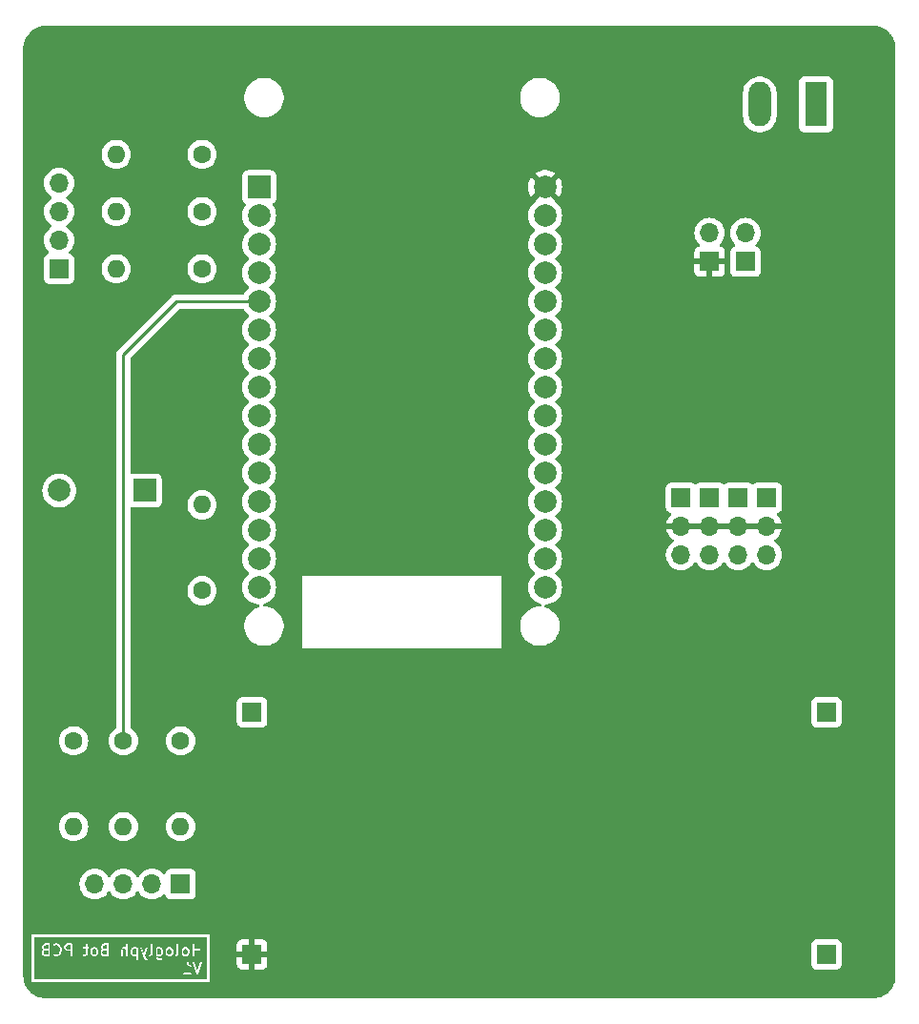
<source format=gbr>
%TF.GenerationSoftware,KiCad,Pcbnew,7.0.1*%
%TF.CreationDate,2023-12-09T17:11:34+05:30*%
%TF.ProjectId,hologlyph bot circuit,686f6c6f-676c-4797-9068-20626f742063,rev?*%
%TF.SameCoordinates,Original*%
%TF.FileFunction,Copper,L2,Bot*%
%TF.FilePolarity,Positive*%
%FSLAX46Y46*%
G04 Gerber Fmt 4.6, Leading zero omitted, Abs format (unit mm)*
G04 Created by KiCad (PCBNEW 7.0.1) date 2023-12-09 17:11:34*
%MOMM*%
%LPD*%
G01*
G04 APERTURE LIST*
%ADD10C,0.150000*%
%TA.AperFunction,ComponentPad*%
%ADD11R,1.700000X1.700000*%
%TD*%
%TA.AperFunction,ComponentPad*%
%ADD12O,1.700000X1.700000*%
%TD*%
%TA.AperFunction,ComponentPad*%
%ADD13C,1.600000*%
%TD*%
%TA.AperFunction,ComponentPad*%
%ADD14O,1.600000X1.600000*%
%TD*%
%TA.AperFunction,ComponentPad*%
%ADD15R,2.000000X2.000000*%
%TD*%
%TA.AperFunction,ComponentPad*%
%ADD16C,2.000000*%
%TD*%
%TA.AperFunction,ComponentPad*%
%ADD17R,1.980000X3.960000*%
%TD*%
%TA.AperFunction,ComponentPad*%
%ADD18O,1.980000X3.960000*%
%TD*%
%TA.AperFunction,Conductor*%
%ADD19C,0.250000*%
%TD*%
G04 APERTURE END LIST*
D10*
G36*
X98550635Y-121378670D02*
G01*
X98581040Y-121409075D01*
X98615299Y-121477591D01*
X98615299Y-121727895D01*
X98581040Y-121796412D01*
X98550632Y-121826820D01*
X98482118Y-121861078D01*
X98327053Y-121861078D01*
X98289109Y-121842106D01*
X98289109Y-121363383D01*
X98327051Y-121344411D01*
X98482117Y-121344411D01*
X98550635Y-121378670D01*
G37*
G36*
X96377203Y-121363383D02*
G01*
X96377203Y-121842107D01*
X96339260Y-121861078D01*
X96184195Y-121861078D01*
X96115677Y-121826819D01*
X96085269Y-121796410D01*
X96051013Y-121727896D01*
X96051013Y-121477593D01*
X96085272Y-121409075D01*
X96115677Y-121378669D01*
X96184193Y-121344411D01*
X96339259Y-121344411D01*
X96377203Y-121363383D01*
G37*
G36*
X100883969Y-121378670D02*
G01*
X100914374Y-121409075D01*
X100948633Y-121477591D01*
X100948633Y-121727895D01*
X100914374Y-121796412D01*
X100883966Y-121826820D01*
X100815452Y-121861078D01*
X100708006Y-121861078D01*
X100639488Y-121826819D01*
X100609080Y-121796410D01*
X100574824Y-121727896D01*
X100574824Y-121477593D01*
X100609083Y-121409075D01*
X100639488Y-121378669D01*
X100708004Y-121344411D01*
X100815451Y-121344411D01*
X100883969Y-121378670D01*
G37*
G36*
X99455397Y-121378670D02*
G01*
X99485802Y-121409075D01*
X99520061Y-121477591D01*
X99520061Y-121727895D01*
X99485802Y-121796412D01*
X99455394Y-121826820D01*
X99386880Y-121861078D01*
X99279434Y-121861078D01*
X99210916Y-121826819D01*
X99180508Y-121796410D01*
X99146252Y-121727896D01*
X99146252Y-121477593D01*
X99180511Y-121409075D01*
X99210916Y-121378669D01*
X99279432Y-121344411D01*
X99386879Y-121344411D01*
X99455397Y-121378670D01*
G37*
G36*
X93805774Y-121861078D02*
G01*
X93517528Y-121861078D01*
X93449010Y-121826819D01*
X93418602Y-121796410D01*
X93384346Y-121727896D01*
X93384346Y-121620450D01*
X93418605Y-121551932D01*
X93445097Y-121525439D01*
X93552999Y-121489472D01*
X93555832Y-121489982D01*
X93562376Y-121487268D01*
X93805774Y-121487268D01*
X93805774Y-121861078D01*
G37*
G36*
X93805774Y-121337268D02*
G01*
X93565147Y-121337268D01*
X93496629Y-121303009D01*
X93466222Y-121272602D01*
X93431965Y-121204087D01*
X93431965Y-121144260D01*
X93466224Y-121075742D01*
X93496629Y-121045336D01*
X93565145Y-121011078D01*
X93805774Y-121011078D01*
X93805774Y-121337268D01*
G37*
G36*
X92788729Y-121378670D02*
G01*
X92819134Y-121409075D01*
X92853393Y-121477591D01*
X92853393Y-121727895D01*
X92819134Y-121796412D01*
X92788726Y-121826820D01*
X92720212Y-121861078D01*
X92612766Y-121861078D01*
X92544248Y-121826819D01*
X92513840Y-121796410D01*
X92479584Y-121727896D01*
X92479584Y-121477593D01*
X92513843Y-121409075D01*
X92544248Y-121378669D01*
X92612764Y-121344411D01*
X92720211Y-121344411D01*
X92788729Y-121378670D01*
G37*
G36*
X88567678Y-121861078D02*
G01*
X88279432Y-121861078D01*
X88210914Y-121826819D01*
X88180506Y-121796410D01*
X88146250Y-121727896D01*
X88146250Y-121620450D01*
X88180509Y-121551932D01*
X88207001Y-121525439D01*
X88314903Y-121489472D01*
X88317736Y-121489982D01*
X88324280Y-121487268D01*
X88567678Y-121487268D01*
X88567678Y-121861078D01*
G37*
G36*
X88567678Y-121337268D02*
G01*
X88327051Y-121337268D01*
X88258533Y-121303009D01*
X88228126Y-121272602D01*
X88193869Y-121204087D01*
X88193869Y-121144260D01*
X88228128Y-121075742D01*
X88258533Y-121045336D01*
X88327049Y-121011078D01*
X88567678Y-121011078D01*
X88567678Y-121337268D01*
G37*
G36*
X90567678Y-121384887D02*
G01*
X90279432Y-121384887D01*
X90210914Y-121350628D01*
X90180507Y-121320221D01*
X90146250Y-121251706D01*
X90146250Y-121144260D01*
X90180509Y-121075742D01*
X90210914Y-121045336D01*
X90279430Y-121011078D01*
X90567678Y-121011078D01*
X90567678Y-121384887D01*
G37*
G36*
X102629586Y-124046316D02*
G01*
X87337917Y-124046316D01*
X87337917Y-123567202D01*
X100565311Y-123567202D01*
X100583607Y-123607266D01*
X100620659Y-123631078D01*
X100923035Y-123631078D01*
X100939519Y-123633448D01*
X100944709Y-123631078D01*
X101224891Y-123631078D01*
X101256369Y-123621835D01*
X101285211Y-123588549D01*
X101291479Y-123544954D01*
X101273183Y-123504890D01*
X101236131Y-123481078D01*
X101003395Y-123481078D01*
X101003395Y-122784763D01*
X101059189Y-122840557D01*
X101065633Y-122851407D01*
X101084134Y-122860657D01*
X101102256Y-122870553D01*
X101103716Y-122870448D01*
X101190211Y-122913696D01*
X101222500Y-122919506D01*
X101263183Y-122902633D01*
X101288285Y-122866443D01*
X101289838Y-122822427D01*
X101267347Y-122784558D01*
X101163297Y-122732533D01*
X101081918Y-122651154D01*
X101020417Y-122558903D01*
X101421709Y-122558903D01*
X101757716Y-123566927D01*
X101757411Y-123575375D01*
X101764543Y-123587408D01*
X101765415Y-123590023D01*
X101770023Y-123596654D01*
X101779868Y-123613263D01*
X101782474Y-123614569D01*
X101784138Y-123616963D01*
X101801980Y-123624343D01*
X101819244Y-123632995D01*
X101822143Y-123632684D01*
X101824837Y-123633799D01*
X101843824Y-123630364D01*
X101863037Y-123628308D01*
X101865310Y-123626477D01*
X101868177Y-123625959D01*
X101882295Y-123612802D01*
X101897344Y-123600687D01*
X101898266Y-123597920D01*
X101900399Y-123595933D01*
X101905165Y-123577222D01*
X102241051Y-122569567D01*
X102242236Y-122536781D01*
X102219779Y-122498893D01*
X102180403Y-122479161D01*
X102136609Y-122483849D01*
X102102303Y-122511469D01*
X101833157Y-123318906D01*
X101567566Y-122522132D01*
X101548843Y-122495192D01*
X101508144Y-122478356D01*
X101464804Y-122486196D01*
X101432582Y-122516223D01*
X101421709Y-122558903D01*
X101020417Y-122558903D01*
X100997136Y-122523981D01*
X100994152Y-122513818D01*
X100985175Y-122506039D01*
X100984818Y-122505504D01*
X100977015Y-122498969D01*
X100960866Y-122484976D01*
X100960191Y-122484878D01*
X100959667Y-122484440D01*
X100938437Y-122481751D01*
X100917271Y-122478708D01*
X100916649Y-122478991D01*
X100915972Y-122478906D01*
X100896681Y-122488110D01*
X100877207Y-122497004D01*
X100876837Y-122497579D01*
X100876222Y-122497873D01*
X100864973Y-122516038D01*
X100853395Y-122534056D01*
X100853395Y-122534739D01*
X100853036Y-122535319D01*
X100853395Y-122556683D01*
X100853395Y-123481078D01*
X100631899Y-123481078D01*
X100600421Y-123490321D01*
X100571579Y-123523607D01*
X100565311Y-123567202D01*
X87337917Y-123567202D01*
X87337917Y-121611135D01*
X87993536Y-121611135D01*
X87996250Y-121617679D01*
X87996250Y-121741561D01*
X87994319Y-121759445D01*
X88001175Y-121773158D01*
X88005493Y-121787861D01*
X88010846Y-121792499D01*
X88047581Y-121865968D01*
X88050264Y-121878299D01*
X88064883Y-121892919D01*
X88078953Y-121908045D01*
X88080371Y-121908407D01*
X88106805Y-121934842D01*
X88113250Y-121945693D01*
X88131761Y-121954948D01*
X88149872Y-121964838D01*
X88151331Y-121964733D01*
X88224577Y-122001356D01*
X88239704Y-122011078D01*
X88255034Y-122011078D01*
X88270117Y-122013792D01*
X88276661Y-122011078D01*
X88637318Y-122011078D01*
X88653802Y-122013448D01*
X88668954Y-122006528D01*
X88684938Y-122001835D01*
X88688674Y-121997522D01*
X88693866Y-121995152D01*
X88702873Y-121981135D01*
X88713780Y-121968549D01*
X88714591Y-121962902D01*
X88717678Y-121958100D01*
X88717678Y-121941438D01*
X88720048Y-121924954D01*
X88717678Y-121919764D01*
X88717678Y-121835262D01*
X88993283Y-121835262D01*
X89002645Y-121878299D01*
X89062980Y-121938636D01*
X89074260Y-121952646D01*
X89088803Y-121957493D01*
X89102253Y-121964838D01*
X89109319Y-121964332D01*
X89229089Y-122004256D01*
X89239704Y-122011078D01*
X89260383Y-122011078D01*
X89281023Y-122011824D01*
X89282282Y-122011078D01*
X89347562Y-122011078D01*
X89359789Y-122014193D01*
X89379401Y-122007655D01*
X89399224Y-122001835D01*
X89400182Y-122000728D01*
X89519708Y-121960886D01*
X89537282Y-121957064D01*
X89548122Y-121946223D01*
X89560706Y-121937478D01*
X89563413Y-121930931D01*
X89641443Y-121852901D01*
X89652293Y-121846458D01*
X89661543Y-121827957D01*
X89671439Y-121809834D01*
X89671334Y-121808374D01*
X89703786Y-121743471D01*
X89710098Y-121737537D01*
X89713442Y-121724159D01*
X89714582Y-121721880D01*
X89716045Y-121713747D01*
X89760064Y-121537669D01*
X89765297Y-121529528D01*
X89765297Y-121516740D01*
X89765673Y-121515236D01*
X89765297Y-121505990D01*
X89765297Y-121376992D01*
X89768399Y-121367823D01*
X89765297Y-121355415D01*
X89765297Y-121353867D01*
X89762692Y-121344997D01*
X89718678Y-121168940D01*
X89719608Y-121160329D01*
X89713442Y-121147998D01*
X89712824Y-121145523D01*
X89708636Y-121138384D01*
X89706916Y-121134945D01*
X89993536Y-121134945D01*
X89996250Y-121141489D01*
X89996250Y-121265371D01*
X89994319Y-121283255D01*
X90001175Y-121296968D01*
X90005493Y-121311671D01*
X90010846Y-121316309D01*
X90047581Y-121389778D01*
X90050264Y-121402110D01*
X90064891Y-121416737D01*
X90078953Y-121431855D01*
X90080371Y-121432217D01*
X90106806Y-121458652D01*
X90113250Y-121469502D01*
X90131759Y-121478756D01*
X90149873Y-121488647D01*
X90151331Y-121488542D01*
X90224577Y-121525165D01*
X90239704Y-121534887D01*
X90255034Y-121534887D01*
X90270117Y-121537601D01*
X90276661Y-121534887D01*
X90567678Y-121534887D01*
X90567678Y-121946860D01*
X90576921Y-121978338D01*
X90610207Y-122007180D01*
X90653802Y-122013448D01*
X90693866Y-121995152D01*
X90717678Y-121958100D01*
X90717678Y-121947202D01*
X91660547Y-121947202D01*
X91678843Y-121987266D01*
X91715895Y-122011078D01*
X91829115Y-122011078D01*
X91846999Y-122013009D01*
X91860712Y-122006152D01*
X91875415Y-122001835D01*
X91880053Y-121996481D01*
X91944844Y-121964085D01*
X91947759Y-121964188D01*
X91964366Y-121954324D01*
X91971577Y-121950719D01*
X91973591Y-121948845D01*
X91985627Y-121941697D01*
X91989409Y-121934132D01*
X91995599Y-121928375D01*
X91999064Y-121914821D01*
X92041289Y-121830371D01*
X92051012Y-121815242D01*
X92051012Y-121799912D01*
X92053726Y-121784829D01*
X92051012Y-121778286D01*
X92051012Y-121468278D01*
X92326870Y-121468278D01*
X92329584Y-121474822D01*
X92329584Y-121741561D01*
X92327653Y-121759445D01*
X92334509Y-121773158D01*
X92338827Y-121787861D01*
X92344180Y-121792499D01*
X92380915Y-121865968D01*
X92383598Y-121878299D01*
X92398217Y-121892919D01*
X92412287Y-121908045D01*
X92413705Y-121908407D01*
X92440139Y-121934842D01*
X92446584Y-121945693D01*
X92465095Y-121954948D01*
X92483206Y-121964838D01*
X92484665Y-121964733D01*
X92557911Y-122001356D01*
X92573038Y-122011078D01*
X92588368Y-122011078D01*
X92603451Y-122013792D01*
X92609995Y-122011078D01*
X92733877Y-122011078D01*
X92751761Y-122013009D01*
X92765474Y-122006152D01*
X92780177Y-122001835D01*
X92784815Y-121996481D01*
X92858283Y-121959746D01*
X92870617Y-121957064D01*
X92885248Y-121942431D01*
X92900361Y-121928375D01*
X92900723Y-121926955D01*
X92927157Y-121900521D01*
X92938008Y-121894077D01*
X92947264Y-121875563D01*
X92957154Y-121857453D01*
X92957049Y-121855993D01*
X92993671Y-121782749D01*
X93003393Y-121767623D01*
X93003393Y-121752293D01*
X93006107Y-121737210D01*
X93003393Y-121730666D01*
X93003393Y-121611135D01*
X93231632Y-121611135D01*
X93234346Y-121617679D01*
X93234346Y-121741561D01*
X93232415Y-121759445D01*
X93239271Y-121773158D01*
X93243589Y-121787861D01*
X93248942Y-121792499D01*
X93285677Y-121865968D01*
X93288360Y-121878299D01*
X93302979Y-121892919D01*
X93317049Y-121908045D01*
X93318467Y-121908407D01*
X93344901Y-121934842D01*
X93351346Y-121945693D01*
X93369857Y-121954948D01*
X93387968Y-121964838D01*
X93389427Y-121964733D01*
X93462673Y-122001356D01*
X93477800Y-122011078D01*
X93493130Y-122011078D01*
X93508213Y-122013792D01*
X93514757Y-122011078D01*
X93875414Y-122011078D01*
X93891898Y-122013448D01*
X93907050Y-122006528D01*
X93923034Y-122001835D01*
X93926770Y-121997522D01*
X93931962Y-121995152D01*
X93940969Y-121981135D01*
X93951876Y-121968549D01*
X93952687Y-121962902D01*
X93955774Y-121958100D01*
X93955774Y-121941438D01*
X93958144Y-121924954D01*
X93955774Y-121919764D01*
X93955774Y-121420659D01*
X95041156Y-121420659D01*
X95043870Y-121427203D01*
X95043870Y-121946860D01*
X95053113Y-121978338D01*
X95086399Y-122007180D01*
X95129994Y-122013448D01*
X95170058Y-121995152D01*
X95193870Y-121958100D01*
X95193870Y-121429974D01*
X95222391Y-121372931D01*
X95279431Y-121344411D01*
X95386878Y-121344411D01*
X95455396Y-121378670D01*
X95472441Y-121395715D01*
X95472441Y-121946860D01*
X95481684Y-121978338D01*
X95514970Y-122007180D01*
X95558565Y-122013448D01*
X95598629Y-121995152D01*
X95622441Y-121958100D01*
X95622441Y-121468278D01*
X95898299Y-121468278D01*
X95901013Y-121474822D01*
X95901013Y-121741561D01*
X95899082Y-121759445D01*
X95905938Y-121773158D01*
X95910256Y-121787861D01*
X95915609Y-121792499D01*
X95952344Y-121865968D01*
X95955027Y-121878299D01*
X95969646Y-121892919D01*
X95983716Y-121908045D01*
X95985134Y-121908407D01*
X96011568Y-121934842D01*
X96018013Y-121945693D01*
X96036524Y-121954948D01*
X96054635Y-121964838D01*
X96056094Y-121964733D01*
X96129340Y-122001356D01*
X96144467Y-122011078D01*
X96159797Y-122011078D01*
X96174880Y-122013792D01*
X96181424Y-122011078D01*
X96352925Y-122011078D01*
X96370809Y-122013009D01*
X96377203Y-122009812D01*
X96377203Y-122280193D01*
X96386446Y-122311671D01*
X96419732Y-122340513D01*
X96463327Y-122346781D01*
X96503391Y-122328485D01*
X96527203Y-122291433D01*
X96527203Y-121897894D01*
X96530320Y-121885704D01*
X96527203Y-121876325D01*
X96527203Y-121318327D01*
X96527932Y-121297665D01*
X96527203Y-121296438D01*
X96527203Y-121273897D01*
X96755119Y-121273897D01*
X96993724Y-121941992D01*
X96993436Y-121943485D01*
X96995416Y-121948437D01*
X96995111Y-121953760D01*
X97002779Y-121967348D01*
X97004247Y-121971457D01*
X97005087Y-121972612D01*
X97094531Y-122196220D01*
X97097884Y-122211634D01*
X97110292Y-122224042D01*
X97121130Y-122237832D01*
X97125646Y-122239396D01*
X97154426Y-122268176D01*
X97160870Y-122279026D01*
X97179379Y-122288280D01*
X97197493Y-122298171D01*
X97198951Y-122298066D01*
X97285448Y-122341315D01*
X97317737Y-122347125D01*
X97358420Y-122330252D01*
X97383522Y-122294062D01*
X97385075Y-122250046D01*
X97362584Y-122212177D01*
X97258534Y-122160152D01*
X97230406Y-122132024D01*
X97153130Y-121938833D01*
X97516944Y-121938833D01*
X97530834Y-121980629D01*
X97565116Y-122008281D01*
X97608905Y-122013009D01*
X97706750Y-121964085D01*
X97709665Y-121964188D01*
X97726272Y-121954324D01*
X97733483Y-121950719D01*
X97735497Y-121948845D01*
X97747533Y-121941697D01*
X97751315Y-121934132D01*
X97757505Y-121928375D01*
X97760970Y-121914821D01*
X97803195Y-121830371D01*
X97812918Y-121815242D01*
X97812918Y-121799912D01*
X97815632Y-121784829D01*
X97812918Y-121778286D01*
X97812918Y-121319785D01*
X98135992Y-121319785D01*
X98139109Y-121329164D01*
X98139109Y-121887149D01*
X98138380Y-121907824D01*
X98139109Y-121909051D01*
X98139109Y-122074895D01*
X98137178Y-122092779D01*
X98144034Y-122106492D01*
X98148352Y-122121195D01*
X98153705Y-122125833D01*
X98190440Y-122199302D01*
X98193123Y-122211634D01*
X98207750Y-122226261D01*
X98221812Y-122241379D01*
X98223230Y-122241741D01*
X98249665Y-122268176D01*
X98256109Y-122279026D01*
X98274618Y-122288280D01*
X98292732Y-122298171D01*
X98294190Y-122298066D01*
X98367436Y-122334689D01*
X98382563Y-122344411D01*
X98397893Y-122344411D01*
X98412976Y-122347125D01*
X98419520Y-122344411D01*
X98543402Y-122344411D01*
X98561286Y-122346342D01*
X98574999Y-122339485D01*
X98589702Y-122335168D01*
X98594340Y-122329814D01*
X98685864Y-122284052D01*
X98709886Y-122261708D01*
X98720797Y-122219037D01*
X98706907Y-122177242D01*
X98672625Y-122149590D01*
X98628836Y-122144862D01*
X98529737Y-122194411D01*
X98422291Y-122194411D01*
X98353773Y-122160152D01*
X98323366Y-122129745D01*
X98289109Y-122061230D01*
X98289109Y-122011078D01*
X98302655Y-122011078D01*
X98317738Y-122013792D01*
X98324282Y-122011078D01*
X98495783Y-122011078D01*
X98513667Y-122013009D01*
X98527380Y-122006152D01*
X98542083Y-122001835D01*
X98546721Y-121996481D01*
X98620189Y-121959746D01*
X98632523Y-121957064D01*
X98647154Y-121942431D01*
X98662267Y-121928375D01*
X98662629Y-121926955D01*
X98689063Y-121900521D01*
X98699914Y-121894077D01*
X98709170Y-121875563D01*
X98719060Y-121857453D01*
X98718955Y-121855993D01*
X98755577Y-121782749D01*
X98765299Y-121767623D01*
X98765299Y-121752293D01*
X98768013Y-121737210D01*
X98765299Y-121730666D01*
X98765299Y-121468278D01*
X98993538Y-121468278D01*
X98996252Y-121474822D01*
X98996252Y-121741561D01*
X98994321Y-121759445D01*
X99001177Y-121773158D01*
X99005495Y-121787861D01*
X99010848Y-121792499D01*
X99047583Y-121865968D01*
X99050266Y-121878299D01*
X99064885Y-121892919D01*
X99078955Y-121908045D01*
X99080373Y-121908407D01*
X99106807Y-121934842D01*
X99113252Y-121945693D01*
X99131763Y-121954948D01*
X99149874Y-121964838D01*
X99151333Y-121964733D01*
X99224579Y-122001356D01*
X99239706Y-122011078D01*
X99255036Y-122011078D01*
X99270119Y-122013792D01*
X99276663Y-122011078D01*
X99400545Y-122011078D01*
X99418429Y-122013009D01*
X99432142Y-122006152D01*
X99446845Y-122001835D01*
X99451483Y-121996481D01*
X99524951Y-121959746D01*
X99537285Y-121957064D01*
X99551916Y-121942431D01*
X99555785Y-121938833D01*
X99850278Y-121938833D01*
X99864168Y-121980629D01*
X99898450Y-122008281D01*
X99942239Y-122013009D01*
X100040084Y-121964085D01*
X100042999Y-121964188D01*
X100059606Y-121954324D01*
X100066817Y-121950719D01*
X100068831Y-121948845D01*
X100080867Y-121941697D01*
X100084649Y-121934132D01*
X100090839Y-121928375D01*
X100094304Y-121914821D01*
X100136529Y-121830371D01*
X100146252Y-121815242D01*
X100146252Y-121799912D01*
X100148966Y-121784829D01*
X100146252Y-121778286D01*
X100146252Y-121468278D01*
X100422110Y-121468278D01*
X100424824Y-121474822D01*
X100424824Y-121741561D01*
X100422893Y-121759445D01*
X100429749Y-121773158D01*
X100434067Y-121787861D01*
X100439420Y-121792499D01*
X100476155Y-121865968D01*
X100478838Y-121878299D01*
X100493457Y-121892919D01*
X100507527Y-121908045D01*
X100508945Y-121908407D01*
X100535379Y-121934842D01*
X100541824Y-121945693D01*
X100560335Y-121954948D01*
X100578446Y-121964838D01*
X100579905Y-121964733D01*
X100653151Y-122001356D01*
X100668278Y-122011078D01*
X100683608Y-122011078D01*
X100698691Y-122013792D01*
X100705235Y-122011078D01*
X100829117Y-122011078D01*
X100847001Y-122013009D01*
X100860714Y-122006152D01*
X100875417Y-122001835D01*
X100880055Y-121996481D01*
X100953523Y-121959746D01*
X100965857Y-121957064D01*
X100980488Y-121942431D01*
X100995601Y-121928375D01*
X100995963Y-121926955D01*
X101022397Y-121900521D01*
X101033248Y-121894077D01*
X101042504Y-121875563D01*
X101052394Y-121857453D01*
X101052289Y-121855993D01*
X101088911Y-121782749D01*
X101098633Y-121767623D01*
X101098633Y-121752293D01*
X101101347Y-121737210D01*
X101098633Y-121730666D01*
X101098633Y-121463918D01*
X101100563Y-121446043D01*
X101093708Y-121432333D01*
X101091083Y-121423392D01*
X101374835Y-121423392D01*
X101377205Y-121428582D01*
X101377205Y-121946860D01*
X101386448Y-121978338D01*
X101419734Y-122007180D01*
X101463329Y-122013448D01*
X101503393Y-121995152D01*
X101527205Y-121958100D01*
X101527205Y-121487268D01*
X101948633Y-121487268D01*
X101948633Y-121946860D01*
X101957876Y-121978338D01*
X101991162Y-122007180D01*
X102034757Y-122013448D01*
X102074821Y-121995152D01*
X102098633Y-121958100D01*
X102098633Y-121417627D01*
X102101003Y-121401144D01*
X102098633Y-121395954D01*
X102098633Y-120925296D01*
X102089390Y-120893818D01*
X102056104Y-120864976D01*
X102012509Y-120858708D01*
X101972445Y-120877004D01*
X101948633Y-120914056D01*
X101948633Y-121337268D01*
X101527205Y-121337268D01*
X101527205Y-120925296D01*
X101517962Y-120893818D01*
X101484676Y-120864976D01*
X101441081Y-120858708D01*
X101401017Y-120877004D01*
X101377205Y-120914056D01*
X101377205Y-121406908D01*
X101374835Y-121423392D01*
X101091083Y-121423392D01*
X101089390Y-121417627D01*
X101084035Y-121412987D01*
X101047301Y-121339518D01*
X101044619Y-121327188D01*
X101029999Y-121312568D01*
X101015930Y-121297443D01*
X101014511Y-121297080D01*
X100988076Y-121270645D01*
X100981633Y-121259796D01*
X100963132Y-121250545D01*
X100945010Y-121240650D01*
X100943549Y-121240754D01*
X100870308Y-121204134D01*
X100855179Y-121194411D01*
X100839849Y-121194411D01*
X100824766Y-121191697D01*
X100818222Y-121194411D01*
X100694331Y-121194411D01*
X100676456Y-121192481D01*
X100662746Y-121199335D01*
X100648040Y-121203654D01*
X100643400Y-121209008D01*
X100569931Y-121245742D01*
X100557601Y-121248425D01*
X100542981Y-121263044D01*
X100527856Y-121277114D01*
X100527493Y-121278532D01*
X100501058Y-121304967D01*
X100490209Y-121311411D01*
X100480958Y-121329911D01*
X100471063Y-121348034D01*
X100471167Y-121349494D01*
X100434547Y-121422735D01*
X100424824Y-121437865D01*
X100424824Y-121453195D01*
X100422110Y-121468278D01*
X100146252Y-121468278D01*
X100146252Y-120925296D01*
X100137009Y-120893818D01*
X100103723Y-120864976D01*
X100060128Y-120858708D01*
X100020064Y-120877004D01*
X99996252Y-120914056D01*
X99996252Y-121775515D01*
X99967730Y-121832557D01*
X99885210Y-121873818D01*
X99861189Y-121896162D01*
X99850278Y-121938833D01*
X99555785Y-121938833D01*
X99567029Y-121928375D01*
X99567391Y-121926955D01*
X99593825Y-121900521D01*
X99604676Y-121894077D01*
X99613932Y-121875563D01*
X99623822Y-121857453D01*
X99623717Y-121855993D01*
X99660339Y-121782749D01*
X99670061Y-121767623D01*
X99670061Y-121752293D01*
X99672775Y-121737210D01*
X99670061Y-121730666D01*
X99670061Y-121463918D01*
X99671991Y-121446043D01*
X99665136Y-121432333D01*
X99660818Y-121417627D01*
X99655463Y-121412987D01*
X99618729Y-121339518D01*
X99616047Y-121327188D01*
X99601427Y-121312568D01*
X99587358Y-121297443D01*
X99585939Y-121297080D01*
X99559504Y-121270645D01*
X99553061Y-121259796D01*
X99534560Y-121250545D01*
X99516438Y-121240650D01*
X99514977Y-121240754D01*
X99441736Y-121204134D01*
X99426607Y-121194411D01*
X99411277Y-121194411D01*
X99396194Y-121191697D01*
X99389650Y-121194411D01*
X99265759Y-121194411D01*
X99247884Y-121192481D01*
X99234174Y-121199335D01*
X99219468Y-121203654D01*
X99214828Y-121209008D01*
X99141359Y-121245742D01*
X99129029Y-121248425D01*
X99114409Y-121263044D01*
X99099284Y-121277114D01*
X99098921Y-121278532D01*
X99072486Y-121304967D01*
X99061637Y-121311411D01*
X99052386Y-121329911D01*
X99042491Y-121348034D01*
X99042595Y-121349494D01*
X99005975Y-121422735D01*
X98996252Y-121437865D01*
X98996252Y-121453195D01*
X98993538Y-121468278D01*
X98765299Y-121468278D01*
X98765299Y-121463918D01*
X98767229Y-121446043D01*
X98760374Y-121432333D01*
X98756056Y-121417627D01*
X98750701Y-121412987D01*
X98713967Y-121339518D01*
X98711285Y-121327188D01*
X98696665Y-121312568D01*
X98682596Y-121297443D01*
X98681177Y-121297080D01*
X98654742Y-121270645D01*
X98648299Y-121259796D01*
X98629798Y-121250545D01*
X98611676Y-121240650D01*
X98610215Y-121240754D01*
X98536974Y-121204134D01*
X98521845Y-121194411D01*
X98506515Y-121194411D01*
X98491432Y-121191697D01*
X98484888Y-121194411D01*
X98313378Y-121194411D01*
X98295503Y-121192481D01*
X98281793Y-121199335D01*
X98267087Y-121203654D01*
X98262447Y-121209008D01*
X98260215Y-121210124D01*
X98246580Y-121198309D01*
X98202985Y-121192041D01*
X98162921Y-121210337D01*
X98139109Y-121247389D01*
X98139109Y-121307595D01*
X98135992Y-121319785D01*
X97812918Y-121319785D01*
X97812918Y-120925296D01*
X97803675Y-120893818D01*
X97770389Y-120864976D01*
X97726794Y-120858708D01*
X97686730Y-120877004D01*
X97662918Y-120914056D01*
X97662918Y-121775515D01*
X97634396Y-121832557D01*
X97551876Y-121873818D01*
X97527855Y-121896162D01*
X97516944Y-121938833D01*
X97153130Y-121938833D01*
X97151427Y-121934575D01*
X97383603Y-121284483D01*
X97385486Y-121251730D01*
X97363839Y-121213373D01*
X97324892Y-121192807D01*
X97281009Y-121196562D01*
X97246122Y-121223447D01*
X97071250Y-121713087D01*
X96900160Y-121234032D01*
X96880869Y-121207497D01*
X96839821Y-121191530D01*
X96796658Y-121200290D01*
X96765081Y-121230995D01*
X96755119Y-121273897D01*
X96527203Y-121273897D01*
X96527203Y-121258629D01*
X96517960Y-121227151D01*
X96484674Y-121198309D01*
X96441079Y-121192041D01*
X96403893Y-121209022D01*
X96394116Y-121204134D01*
X96378987Y-121194411D01*
X96363657Y-121194411D01*
X96348574Y-121191697D01*
X96342030Y-121194411D01*
X96170520Y-121194411D01*
X96152645Y-121192481D01*
X96138935Y-121199335D01*
X96124229Y-121203654D01*
X96119589Y-121209008D01*
X96046120Y-121245742D01*
X96033790Y-121248425D01*
X96019170Y-121263044D01*
X96004045Y-121277114D01*
X96003682Y-121278532D01*
X95977247Y-121304967D01*
X95966398Y-121311411D01*
X95957147Y-121329911D01*
X95947252Y-121348034D01*
X95947356Y-121349494D01*
X95910736Y-121422735D01*
X95901013Y-121437865D01*
X95901013Y-121453195D01*
X95898299Y-121468278D01*
X95622441Y-121468278D01*
X95622441Y-121378179D01*
X95625408Y-121370225D01*
X95622441Y-121356586D01*
X95622441Y-120925296D01*
X95613198Y-120893818D01*
X95579912Y-120864976D01*
X95536317Y-120858708D01*
X95496253Y-120877004D01*
X95472441Y-120914056D01*
X95472441Y-121219487D01*
X95441735Y-121204134D01*
X95426606Y-121194411D01*
X95411276Y-121194411D01*
X95396193Y-121191697D01*
X95389649Y-121194411D01*
X95265758Y-121194411D01*
X95247883Y-121192481D01*
X95234173Y-121199335D01*
X95219467Y-121203654D01*
X95214827Y-121209008D01*
X95150036Y-121241403D01*
X95147124Y-121241301D01*
X95130523Y-121251160D01*
X95123304Y-121254770D01*
X95121287Y-121256645D01*
X95109255Y-121263792D01*
X95105472Y-121271356D01*
X95099283Y-121277114D01*
X95095817Y-121290667D01*
X95053593Y-121375116D01*
X95043870Y-121390246D01*
X95043870Y-121405576D01*
X95041156Y-121420659D01*
X93955774Y-121420659D01*
X93955774Y-121417627D01*
X93958144Y-121401144D01*
X93955774Y-121395954D01*
X93955774Y-120941438D01*
X93958144Y-120924954D01*
X93951224Y-120909801D01*
X93946531Y-120893818D01*
X93942218Y-120890081D01*
X93939848Y-120884890D01*
X93925831Y-120875882D01*
X93913245Y-120864976D01*
X93907598Y-120864164D01*
X93902796Y-120861078D01*
X93886134Y-120861078D01*
X93869650Y-120858708D01*
X93864460Y-120861078D01*
X93551472Y-120861078D01*
X93533597Y-120859148D01*
X93519887Y-120866002D01*
X93505181Y-120870321D01*
X93500541Y-120875675D01*
X93427072Y-120912409D01*
X93414742Y-120915092D01*
X93400122Y-120929711D01*
X93384997Y-120943781D01*
X93384634Y-120945199D01*
X93358199Y-120971634D01*
X93347350Y-120978078D01*
X93338099Y-120996578D01*
X93328204Y-121014701D01*
X93328308Y-121016161D01*
X93291688Y-121089402D01*
X93281965Y-121104532D01*
X93281965Y-121119862D01*
X93279251Y-121134945D01*
X93281965Y-121141489D01*
X93281965Y-121217752D01*
X93280034Y-121235636D01*
X93286890Y-121249349D01*
X93291208Y-121264052D01*
X93296561Y-121268690D01*
X93333296Y-121342159D01*
X93335979Y-121354491D01*
X93350606Y-121369118D01*
X93364668Y-121384236D01*
X93366086Y-121384598D01*
X93371761Y-121390273D01*
X93367123Y-121391282D01*
X93356284Y-121402120D01*
X93343698Y-121410868D01*
X93340989Y-121417415D01*
X93310580Y-121447824D01*
X93299731Y-121454268D01*
X93290480Y-121472768D01*
X93280585Y-121490891D01*
X93280689Y-121492351D01*
X93244069Y-121565592D01*
X93234346Y-121580722D01*
X93234346Y-121596052D01*
X93231632Y-121611135D01*
X93003393Y-121611135D01*
X93003393Y-121463918D01*
X93005323Y-121446043D01*
X92998468Y-121432333D01*
X92994150Y-121417627D01*
X92988795Y-121412987D01*
X92952061Y-121339518D01*
X92949379Y-121327188D01*
X92934759Y-121312568D01*
X92920690Y-121297443D01*
X92919271Y-121297080D01*
X92892836Y-121270645D01*
X92886393Y-121259796D01*
X92867892Y-121250545D01*
X92849770Y-121240650D01*
X92848309Y-121240754D01*
X92775068Y-121204134D01*
X92759939Y-121194411D01*
X92744609Y-121194411D01*
X92729526Y-121191697D01*
X92722982Y-121194411D01*
X92599091Y-121194411D01*
X92581216Y-121192481D01*
X92567506Y-121199335D01*
X92552800Y-121203654D01*
X92548160Y-121209008D01*
X92474691Y-121245742D01*
X92462361Y-121248425D01*
X92447741Y-121263044D01*
X92432616Y-121277114D01*
X92432253Y-121278532D01*
X92405818Y-121304967D01*
X92394969Y-121311411D01*
X92385718Y-121329911D01*
X92375823Y-121348034D01*
X92375927Y-121349494D01*
X92339307Y-121422735D01*
X92329584Y-121437865D01*
X92329584Y-121453195D01*
X92326870Y-121468278D01*
X92051012Y-121468278D01*
X92051012Y-121344411D01*
X92129651Y-121344411D01*
X92161129Y-121335168D01*
X92189971Y-121301882D01*
X92196239Y-121258287D01*
X92177943Y-121218223D01*
X92140891Y-121194411D01*
X92051012Y-121194411D01*
X92051012Y-120925296D01*
X92041769Y-120893818D01*
X92008483Y-120864976D01*
X91964888Y-120858708D01*
X91924824Y-120877004D01*
X91901012Y-120914056D01*
X91901012Y-121194411D01*
X91727135Y-121194411D01*
X91695657Y-121203654D01*
X91666815Y-121236940D01*
X91660547Y-121280535D01*
X91678843Y-121320599D01*
X91715895Y-121344411D01*
X91901012Y-121344411D01*
X91901012Y-121775515D01*
X91872490Y-121832557D01*
X91815450Y-121861078D01*
X91727135Y-121861078D01*
X91695657Y-121870321D01*
X91666815Y-121903607D01*
X91660547Y-121947202D01*
X90717678Y-121947202D01*
X90717678Y-121465247D01*
X90720048Y-121448763D01*
X90717678Y-121443573D01*
X90717678Y-120941438D01*
X90720048Y-120924954D01*
X90713128Y-120909801D01*
X90708435Y-120893818D01*
X90704122Y-120890081D01*
X90701752Y-120884890D01*
X90687735Y-120875882D01*
X90675149Y-120864976D01*
X90669502Y-120864164D01*
X90664700Y-120861078D01*
X90648038Y-120861078D01*
X90631554Y-120858708D01*
X90626364Y-120861078D01*
X90265757Y-120861078D01*
X90247882Y-120859148D01*
X90234172Y-120866002D01*
X90219466Y-120870321D01*
X90214826Y-120875675D01*
X90141357Y-120912409D01*
X90129027Y-120915092D01*
X90114407Y-120929711D01*
X90099282Y-120943781D01*
X90098919Y-120945199D01*
X90072484Y-120971634D01*
X90061635Y-120978078D01*
X90052384Y-120996578D01*
X90042489Y-121014701D01*
X90042593Y-121016161D01*
X90005973Y-121089402D01*
X89996250Y-121104532D01*
X89996250Y-121119862D01*
X89993536Y-121134945D01*
X89706916Y-121134945D01*
X89666346Y-121053804D01*
X89663664Y-121041474D01*
X89649044Y-121026854D01*
X89634975Y-121011729D01*
X89633556Y-121011366D01*
X89555707Y-120933517D01*
X89544430Y-120919510D01*
X89529888Y-120914662D01*
X89516436Y-120907317D01*
X89509368Y-120907822D01*
X89389601Y-120867900D01*
X89378986Y-120861078D01*
X89358306Y-120861078D01*
X89337667Y-120860332D01*
X89336408Y-120861078D01*
X89271128Y-120861078D01*
X89258900Y-120857963D01*
X89239280Y-120864502D01*
X89219466Y-120870321D01*
X89218507Y-120871427D01*
X89098978Y-120911269D01*
X89081408Y-120915092D01*
X89070569Y-120925930D01*
X89057983Y-120934678D01*
X89055274Y-120941225D01*
X89010593Y-120985907D01*
X88994870Y-121014701D01*
X88998013Y-121058632D01*
X89024407Y-121093891D01*
X89065674Y-121109283D01*
X89108711Y-121099921D01*
X89159382Y-121049249D01*
X89273897Y-121011078D01*
X89344794Y-121011078D01*
X89459307Y-121049249D01*
X89533419Y-121123361D01*
X89571913Y-121200347D01*
X89615297Y-121373883D01*
X89615297Y-121498272D01*
X89571913Y-121671804D01*
X89533419Y-121748793D01*
X89459307Y-121822906D01*
X89344792Y-121861078D01*
X89273896Y-121861078D01*
X89159382Y-121822906D01*
X89116660Y-121780182D01*
X89087866Y-121764460D01*
X89043935Y-121767602D01*
X89008676Y-121793995D01*
X88993283Y-121835262D01*
X88717678Y-121835262D01*
X88717678Y-121417627D01*
X88720048Y-121401144D01*
X88717678Y-121395954D01*
X88717678Y-120941438D01*
X88720048Y-120924954D01*
X88713128Y-120909801D01*
X88708435Y-120893818D01*
X88704122Y-120890081D01*
X88701752Y-120884890D01*
X88687735Y-120875882D01*
X88675149Y-120864976D01*
X88669502Y-120864164D01*
X88664700Y-120861078D01*
X88648038Y-120861078D01*
X88631554Y-120858708D01*
X88626364Y-120861078D01*
X88313376Y-120861078D01*
X88295501Y-120859148D01*
X88281791Y-120866002D01*
X88267085Y-120870321D01*
X88262445Y-120875675D01*
X88188976Y-120912409D01*
X88176646Y-120915092D01*
X88162026Y-120929711D01*
X88146901Y-120943781D01*
X88146538Y-120945199D01*
X88120103Y-120971634D01*
X88109254Y-120978078D01*
X88100003Y-120996578D01*
X88090108Y-121014701D01*
X88090212Y-121016161D01*
X88053592Y-121089402D01*
X88043869Y-121104532D01*
X88043869Y-121119862D01*
X88041155Y-121134945D01*
X88043869Y-121141489D01*
X88043869Y-121217752D01*
X88041938Y-121235636D01*
X88048794Y-121249349D01*
X88053112Y-121264052D01*
X88058465Y-121268690D01*
X88095200Y-121342159D01*
X88097883Y-121354491D01*
X88112510Y-121369118D01*
X88126572Y-121384236D01*
X88127990Y-121384598D01*
X88133665Y-121390273D01*
X88129027Y-121391282D01*
X88118188Y-121402120D01*
X88105602Y-121410868D01*
X88102893Y-121417415D01*
X88072484Y-121447824D01*
X88061635Y-121454268D01*
X88052384Y-121472768D01*
X88042489Y-121490891D01*
X88042593Y-121492351D01*
X88005973Y-121565592D01*
X87996250Y-121580722D01*
X87996250Y-121596052D01*
X87993536Y-121611135D01*
X87337917Y-121611135D01*
X87337917Y-120315602D01*
X102629586Y-120315602D01*
X102629586Y-124046316D01*
G37*
D11*
%TO.P,J5,1,Pin_1*%
%TO.N,+12V*%
X157680000Y-121830000D03*
%TD*%
%TO.P,J4,1,Pin_1*%
%TO.N,/PWM Pen*%
X144780000Y-81280000D03*
D12*
%TO.P,J4,2,Pin_2*%
%TO.N,+5V*%
X144780000Y-83820000D03*
%TO.P,J4,3,Pin_3*%
%TO.N,GND*%
X144780000Y-86360000D03*
%TD*%
D11*
%TO.P,D1,1,BK*%
%TO.N,Net-(D1-BK)*%
X89535000Y-60960000D03*
D12*
%TO.P,D1,2,A*%
%TO.N,GND*%
X89535000Y-58420000D03*
%TO.P,D1,3,GK*%
%TO.N,Net-(D1-GK)*%
X89535000Y-55880000D03*
%TO.P,D1,4,RK*%
%TO.N,Net-(D1-RK)*%
X89535000Y-53340000D03*
%TD*%
D11*
%TO.P,J7,1,Pin_1*%
%TO.N,+5V*%
X106680000Y-121830000D03*
%TD*%
D13*
%TO.P,R1,1*%
%TO.N,/D1 Red*%
X102235000Y-50800000D03*
D14*
%TO.P,R1,2*%
%TO.N,Net-(D1-RK)*%
X94615000Y-50800000D03*
%TD*%
D11*
%TO.P,J10,1,Pin_1*%
%TO.N,+5V*%
X147320000Y-60325000D03*
D12*
%TO.P,J10,2,Pin_2*%
%TO.N,GND*%
X147320000Y-57785000D03*
%TD*%
D11*
%TO.P,J2,1,Pin_1*%
%TO.N,/PWM Wheel Right*%
X149860000Y-81280000D03*
D12*
%TO.P,J2,2,Pin_2*%
%TO.N,+5V*%
X149860000Y-83820000D03*
%TO.P,J2,3,Pin_3*%
%TO.N,GND*%
X149860000Y-86360000D03*
%TD*%
D13*
%TO.P,R2,1*%
%TO.N,/D1 Green*%
X102235000Y-55880000D03*
D14*
%TO.P,R2,2*%
%TO.N,Net-(D1-GK)*%
X94615000Y-55880000D03*
%TD*%
D13*
%TO.P,R6,1*%
%TO.N,/D2 Blue*%
X100330000Y-102870000D03*
D14*
%TO.P,R6,2*%
%TO.N,Net-(D2-BK)*%
X100330000Y-110490000D03*
%TD*%
D15*
%TO.P,BZ1,1,-*%
%TO.N,Net-(BZ1--)*%
X97145000Y-80645000D03*
D16*
%TO.P,BZ1,2,+*%
%TO.N,GND*%
X89545000Y-80645000D03*
%TD*%
D15*
%TO.P,U1,1,3V3*%
%TO.N,unconnected-(U1-3V3-Pad1)*%
X107315000Y-53700000D03*
D16*
%TO.P,U1,2,GND*%
%TO.N,GND*%
X107315000Y-56240000D03*
%TO.P,U1,3,D15*%
%TO.N,unconnected-(U1-D15-Pad3)*%
X107315000Y-58780000D03*
%TO.P,U1,4,D2*%
%TO.N,unconnected-(U1-D2-Pad4)*%
X107315000Y-61320000D03*
%TO.P,U1,5,D4*%
%TO.N,/D2 Green*%
X107315000Y-63860000D03*
%TO.P,U1,6,RX2*%
%TO.N,unconnected-(U1-RX2-Pad6)*%
X107315000Y-66400000D03*
%TO.P,U1,7,TX2*%
%TO.N,unconnected-(U1-TX2-Pad7)*%
X107315000Y-68940000D03*
%TO.P,U1,8,D5*%
%TO.N,unconnected-(U1-D5-Pad8)*%
X107315000Y-71480000D03*
%TO.P,U1,9,D18*%
%TO.N,/D1 Red*%
X107315000Y-74020000D03*
%TO.P,U1,10,D19*%
%TO.N,/D1 Blue*%
X107315000Y-76560000D03*
%TO.P,U1,11,D21*%
%TO.N,/D1 Green*%
X107315000Y-79100000D03*
%TO.P,U1,12,RX0*%
%TO.N,unconnected-(U1-RX0-Pad12)*%
X107315000Y-81640000D03*
%TO.P,U1,13,TX0*%
%TO.N,unconnected-(U1-TX0-Pad13)*%
X107315000Y-84180000D03*
%TO.P,U1,14,D22*%
%TO.N,/D2 Red*%
X107315000Y-86720000D03*
%TO.P,U1,15,D23*%
%TO.N,/Buzz+*%
X107315000Y-89260000D03*
%TO.P,U1,16,EN*%
%TO.N,unconnected-(U1-EN-Pad16)*%
X132715000Y-89260000D03*
%TO.P,U1,17,VP*%
%TO.N,unconnected-(U1-VP-Pad17)*%
X132715000Y-86720000D03*
%TO.P,U1,18,VN*%
%TO.N,unconnected-(U1-VN-Pad18)*%
X132715000Y-84180000D03*
%TO.P,U1,19,D34*%
%TO.N,unconnected-(U1-D34-Pad19)*%
X132715000Y-81640000D03*
%TO.P,U1,20,D35*%
%TO.N,unconnected-(U1-D35-Pad20)*%
X132715000Y-79100000D03*
%TO.P,U1,21,D32*%
%TO.N,/D2 Blue*%
X132715000Y-76560000D03*
%TO.P,U1,22,D33*%
%TO.N,/PWM Pen*%
X132715000Y-74020000D03*
%TO.P,U1,23,D25*%
%TO.N,/PWM Wheel Left*%
X132715000Y-71480000D03*
%TO.P,U1,24,D26*%
%TO.N,/PWM Wheel Right*%
X132715000Y-68940000D03*
%TO.P,U1,25,D27*%
%TO.N,/PWM Wheel Rear*%
X132715000Y-66400000D03*
%TO.P,U1,26,D14*%
%TO.N,unconnected-(U1-D14-Pad26)*%
X132715000Y-63860000D03*
%TO.P,U1,27,D12*%
%TO.N,unconnected-(U1-D12-Pad27)*%
X132715000Y-61320000D03*
%TO.P,U1,28,D13*%
%TO.N,unconnected-(U1-D13-Pad28)*%
X132715000Y-58780000D03*
%TO.P,U1,29,GND*%
%TO.N,GND*%
X132715000Y-56240000D03*
%TO.P,U1,30,VIN*%
%TO.N,+5V*%
X132715000Y-53700000D03*
%TD*%
D17*
%TO.P,J9,1,Pin_1*%
%TO.N,GNDPWR*%
X156765000Y-46355000D03*
D18*
%TO.P,J9,2,Pin_2*%
%TO.N,Net-(J9-Pin_2)*%
X151765000Y-46355000D03*
%TD*%
D13*
%TO.P,R5,1*%
%TO.N,/D2 Green*%
X95250000Y-102870000D03*
D14*
%TO.P,R5,2*%
%TO.N,Net-(D2-GK)*%
X95250000Y-110490000D03*
%TD*%
D13*
%TO.P,R4,1*%
%TO.N,/D2 Red*%
X90830000Y-102870000D03*
D14*
%TO.P,R4,2*%
%TO.N,Net-(D2-RK)*%
X90830000Y-110490000D03*
%TD*%
D11*
%TO.P,J8,1,Pin_1*%
%TO.N,GND*%
X106680000Y-100330000D03*
%TD*%
%TO.P,J6,1,Pin_1*%
%TO.N,GNDPWR*%
X157680000Y-100330000D03*
%TD*%
%TO.P,J1,1,Pin_1*%
%TO.N,/PWM Wheel Left*%
X147320000Y-81280000D03*
D12*
%TO.P,J1,2,Pin_2*%
%TO.N,+5V*%
X147320000Y-83820000D03*
%TO.P,J1,3,Pin_3*%
%TO.N,GND*%
X147320000Y-86360000D03*
%TD*%
D11*
%TO.P,J3,1,Pin_1*%
%TO.N,/PWM Wheel Rear*%
X152400000Y-81280000D03*
D12*
%TO.P,J3,2,Pin_2*%
%TO.N,+5V*%
X152400000Y-83820000D03*
%TO.P,J3,3,Pin_3*%
%TO.N,GND*%
X152400000Y-86360000D03*
%TD*%
D13*
%TO.P,R3,1*%
%TO.N,/D1 Blue*%
X102235000Y-60960000D03*
D14*
%TO.P,R3,2*%
%TO.N,Net-(D1-BK)*%
X94615000Y-60960000D03*
%TD*%
D13*
%TO.P,R7,1*%
%TO.N,/Buzz+*%
X102235000Y-89535000D03*
D14*
%TO.P,R7,2*%
%TO.N,Net-(BZ1--)*%
X102235000Y-81915000D03*
%TD*%
D11*
%TO.P,SW1,1,A*%
%TO.N,+12V*%
X150495000Y-60325000D03*
D12*
%TO.P,SW1,2,B*%
%TO.N,Net-(J9-Pin_2)*%
X150495000Y-57785000D03*
%TD*%
D11*
%TO.P,D2,1,BK*%
%TO.N,Net-(D2-BK)*%
X100330000Y-115595000D03*
D12*
%TO.P,D2,2,A*%
%TO.N,GND*%
X97790000Y-115595000D03*
%TO.P,D2,3,GK*%
%TO.N,Net-(D2-GK)*%
X95250000Y-115595000D03*
%TO.P,D2,4,RK*%
%TO.N,Net-(D2-RK)*%
X92710000Y-115595000D03*
%TD*%
D19*
%TO.N,/D2 Green*%
X99970000Y-63860000D02*
X95250000Y-68580000D01*
X95250000Y-68580000D02*
X95250000Y-102870000D01*
X107315000Y-63860000D02*
X99970000Y-63860000D01*
%TD*%
%TA.AperFunction,Conductor*%
%TO.N,+5V*%
G36*
X161834042Y-39370764D02*
G01*
X161913586Y-39375978D01*
X161913767Y-39375991D01*
X162091587Y-39388709D01*
X162106904Y-39390772D01*
X162218378Y-39412945D01*
X162220437Y-39413374D01*
X162360240Y-39443786D01*
X162373703Y-39447522D01*
X162487725Y-39486228D01*
X162491074Y-39487420D01*
X162618808Y-39535062D01*
X162630300Y-39540024D01*
X162740687Y-39594461D01*
X162745187Y-39596798D01*
X162862478Y-39660844D01*
X162871942Y-39666574D01*
X162975269Y-39735615D01*
X162980688Y-39739450D01*
X163086727Y-39818830D01*
X163094145Y-39824844D01*
X163187976Y-39907131D01*
X163193898Y-39912678D01*
X163287320Y-40006100D01*
X163292867Y-40012022D01*
X163375150Y-40105848D01*
X163381173Y-40113278D01*
X163418691Y-40163396D01*
X163460548Y-40219310D01*
X163464383Y-40224729D01*
X163533424Y-40328056D01*
X163539154Y-40337520D01*
X163603183Y-40454779D01*
X163605564Y-40459363D01*
X163659969Y-40569687D01*
X163664938Y-40581196D01*
X163712556Y-40708863D01*
X163713793Y-40712338D01*
X163752470Y-40826276D01*
X163756217Y-40839777D01*
X163786613Y-40979508D01*
X163787064Y-40981675D01*
X163809224Y-41093080D01*
X163811291Y-41108425D01*
X163823995Y-41286046D01*
X163824045Y-41286781D01*
X163829234Y-41365942D01*
X163829500Y-41374053D01*
X163829500Y-123725947D01*
X163829234Y-123734058D01*
X163824045Y-123813217D01*
X163823995Y-123813952D01*
X163811291Y-123991573D01*
X163809224Y-124006918D01*
X163787064Y-124118323D01*
X163786613Y-124120490D01*
X163756217Y-124260221D01*
X163752470Y-124273722D01*
X163713793Y-124387660D01*
X163712556Y-124391135D01*
X163664938Y-124518802D01*
X163659969Y-124530311D01*
X163605564Y-124640635D01*
X163603183Y-124645219D01*
X163539154Y-124762478D01*
X163533424Y-124771942D01*
X163464383Y-124875269D01*
X163460548Y-124880688D01*
X163381181Y-124986711D01*
X163375142Y-124994160D01*
X163292867Y-125087976D01*
X163287320Y-125093898D01*
X163193898Y-125187320D01*
X163187976Y-125192867D01*
X163094160Y-125275142D01*
X163086711Y-125281181D01*
X162980688Y-125360548D01*
X162975269Y-125364383D01*
X162871942Y-125433424D01*
X162862478Y-125439154D01*
X162745219Y-125503183D01*
X162740635Y-125505564D01*
X162630311Y-125559969D01*
X162618802Y-125564938D01*
X162491135Y-125612556D01*
X162487660Y-125613793D01*
X162373722Y-125652470D01*
X162360221Y-125656217D01*
X162220490Y-125686613D01*
X162218323Y-125687064D01*
X162106918Y-125709224D01*
X162091573Y-125711291D01*
X161913952Y-125723995D01*
X161913217Y-125724045D01*
X161834058Y-125729234D01*
X161825947Y-125729500D01*
X88364053Y-125729500D01*
X88355942Y-125729234D01*
X88276781Y-125724045D01*
X88276046Y-125723995D01*
X88098425Y-125711291D01*
X88083080Y-125709224D01*
X87971675Y-125687064D01*
X87969508Y-125686613D01*
X87829777Y-125656217D01*
X87816276Y-125652470D01*
X87702338Y-125613793D01*
X87698863Y-125612556D01*
X87571196Y-125564938D01*
X87559687Y-125559969D01*
X87494947Y-125528043D01*
X87449348Y-125505556D01*
X87444779Y-125503183D01*
X87327520Y-125439154D01*
X87318056Y-125433424D01*
X87214729Y-125364383D01*
X87209310Y-125360548D01*
X87153396Y-125318691D01*
X87103278Y-125281173D01*
X87095848Y-125275150D01*
X87002022Y-125192867D01*
X86996100Y-125187320D01*
X86902678Y-125093898D01*
X86897131Y-125087976D01*
X86865450Y-125051851D01*
X86814844Y-124994145D01*
X86808830Y-124986727D01*
X86729450Y-124880688D01*
X86725615Y-124875269D01*
X86656574Y-124771942D01*
X86650844Y-124762478D01*
X86586798Y-124645187D01*
X86584461Y-124640687D01*
X86530024Y-124530300D01*
X86525060Y-124518802D01*
X86477420Y-124391074D01*
X86476228Y-124387725D01*
X86437522Y-124273703D01*
X86433786Y-124260240D01*
X86403374Y-124120437D01*
X86402945Y-124118378D01*
X86380772Y-124006904D01*
X86378709Y-123991587D01*
X86365991Y-123813767D01*
X86365978Y-123813586D01*
X86360764Y-123734042D01*
X86360500Y-123725935D01*
X86360500Y-120040102D01*
X87062417Y-120040102D01*
X87062417Y-124321816D01*
X102905086Y-124321816D01*
X102905086Y-122080000D01*
X105330000Y-122080000D01*
X105330000Y-122727824D01*
X105336402Y-122787375D01*
X105386647Y-122922089D01*
X105472811Y-123037188D01*
X105587910Y-123123352D01*
X105722624Y-123173597D01*
X105782176Y-123180000D01*
X106430000Y-123180000D01*
X106430000Y-122080000D01*
X106930000Y-122080000D01*
X106930000Y-123180000D01*
X107577824Y-123180000D01*
X107637375Y-123173597D01*
X107772089Y-123123352D01*
X107887188Y-123037188D01*
X107973352Y-122922089D01*
X108023597Y-122787375D01*
X108029995Y-122727869D01*
X156329500Y-122727869D01*
X156335897Y-122787375D01*
X156335909Y-122787483D01*
X156386204Y-122922331D01*
X156472454Y-123037546D01*
X156587669Y-123123796D01*
X156722517Y-123174091D01*
X156782127Y-123180500D01*
X158577872Y-123180499D01*
X158637483Y-123174091D01*
X158772331Y-123123796D01*
X158887546Y-123037546D01*
X158973796Y-122922331D01*
X159024091Y-122787483D01*
X159030500Y-122727873D01*
X159030499Y-120932128D01*
X159024091Y-120872517D01*
X158973796Y-120737669D01*
X158887546Y-120622454D01*
X158772331Y-120536204D01*
X158637483Y-120485909D01*
X158577873Y-120479500D01*
X158577869Y-120479500D01*
X156782130Y-120479500D01*
X156722515Y-120485909D01*
X156587669Y-120536204D01*
X156472454Y-120622454D01*
X156386204Y-120737668D01*
X156335909Y-120872516D01*
X156329500Y-120932130D01*
X156329500Y-122727869D01*
X108029995Y-122727869D01*
X108030000Y-122727824D01*
X108030000Y-122080000D01*
X106930000Y-122080000D01*
X106430000Y-122080000D01*
X105330000Y-122080000D01*
X102905086Y-122080000D01*
X102905086Y-121580000D01*
X105330000Y-121580000D01*
X106430000Y-121580000D01*
X106430000Y-120480000D01*
X106930000Y-120480000D01*
X106930000Y-121580000D01*
X108030000Y-121580000D01*
X108030000Y-120932176D01*
X108023597Y-120872624D01*
X107973352Y-120737910D01*
X107887188Y-120622811D01*
X107772089Y-120536647D01*
X107637375Y-120486402D01*
X107577824Y-120480000D01*
X106930000Y-120480000D01*
X106430000Y-120480000D01*
X105782176Y-120480000D01*
X105722624Y-120486402D01*
X105587910Y-120536647D01*
X105472811Y-120622811D01*
X105386647Y-120737910D01*
X105336402Y-120872624D01*
X105330000Y-120932176D01*
X105330000Y-121580000D01*
X102905086Y-121580000D01*
X102905086Y-120040102D01*
X87062417Y-120040102D01*
X86360500Y-120040102D01*
X86360500Y-115594999D01*
X91354340Y-115594999D01*
X91374936Y-115830407D01*
X91419709Y-115997501D01*
X91436097Y-116058663D01*
X91535965Y-116272830D01*
X91671505Y-116466401D01*
X91838599Y-116633495D01*
X92032170Y-116769035D01*
X92246337Y-116868903D01*
X92474592Y-116930063D01*
X92710000Y-116950659D01*
X92945408Y-116930063D01*
X93173663Y-116868903D01*
X93387830Y-116769035D01*
X93581401Y-116633495D01*
X93748495Y-116466401D01*
X93878426Y-116280839D01*
X93922743Y-116241975D01*
X93980000Y-116227964D01*
X94037257Y-116241975D01*
X94081573Y-116280839D01*
X94211505Y-116466401D01*
X94378599Y-116633495D01*
X94572170Y-116769035D01*
X94786337Y-116868903D01*
X95014592Y-116930063D01*
X95250000Y-116950659D01*
X95485408Y-116930063D01*
X95713663Y-116868903D01*
X95927830Y-116769035D01*
X96121401Y-116633495D01*
X96288495Y-116466401D01*
X96418426Y-116280839D01*
X96462743Y-116241975D01*
X96520000Y-116227964D01*
X96577257Y-116241975D01*
X96621573Y-116280839D01*
X96751505Y-116466401D01*
X96918599Y-116633495D01*
X97112170Y-116769035D01*
X97326337Y-116868903D01*
X97554592Y-116930063D01*
X97790000Y-116950659D01*
X98025408Y-116930063D01*
X98253663Y-116868903D01*
X98467830Y-116769035D01*
X98661401Y-116633495D01*
X98783329Y-116511566D01*
X98836072Y-116480273D01*
X98897365Y-116478084D01*
X98952209Y-116505537D01*
X98987189Y-116555916D01*
X99036204Y-116687331D01*
X99122454Y-116802546D01*
X99237669Y-116888796D01*
X99372517Y-116939091D01*
X99432127Y-116945500D01*
X101227872Y-116945499D01*
X101287483Y-116939091D01*
X101422331Y-116888796D01*
X101537546Y-116802546D01*
X101623796Y-116687331D01*
X101674091Y-116552483D01*
X101680500Y-116492873D01*
X101680499Y-114697128D01*
X101674091Y-114637517D01*
X101623796Y-114502669D01*
X101537546Y-114387454D01*
X101422331Y-114301204D01*
X101287483Y-114250909D01*
X101227873Y-114244500D01*
X101227869Y-114244500D01*
X99432130Y-114244500D01*
X99372515Y-114250909D01*
X99237669Y-114301204D01*
X99122454Y-114387454D01*
X99036204Y-114502669D01*
X98987189Y-114634083D01*
X98952209Y-114684462D01*
X98897365Y-114711915D01*
X98836072Y-114709726D01*
X98783326Y-114678430D01*
X98661404Y-114556508D01*
X98661403Y-114556507D01*
X98661401Y-114556505D01*
X98467830Y-114420965D01*
X98253663Y-114321097D01*
X98192501Y-114304709D01*
X98025407Y-114259936D01*
X97790000Y-114239340D01*
X97554592Y-114259936D01*
X97326336Y-114321097D01*
X97112170Y-114420965D01*
X96918598Y-114556505D01*
X96751505Y-114723598D01*
X96621575Y-114909159D01*
X96577257Y-114948025D01*
X96520000Y-114962036D01*
X96462743Y-114948025D01*
X96418425Y-114909159D01*
X96288494Y-114723598D01*
X96121404Y-114556508D01*
X96121403Y-114556507D01*
X96121401Y-114556505D01*
X95927830Y-114420965D01*
X95713663Y-114321097D01*
X95652501Y-114304709D01*
X95485407Y-114259936D01*
X95250000Y-114239340D01*
X95014592Y-114259936D01*
X94786336Y-114321097D01*
X94572170Y-114420965D01*
X94378598Y-114556505D01*
X94211505Y-114723598D01*
X94081575Y-114909159D01*
X94037257Y-114948025D01*
X93980000Y-114962036D01*
X93922743Y-114948025D01*
X93878425Y-114909159D01*
X93748494Y-114723598D01*
X93581404Y-114556508D01*
X93581403Y-114556507D01*
X93581401Y-114556505D01*
X93387830Y-114420965D01*
X93173663Y-114321097D01*
X93112501Y-114304709D01*
X92945407Y-114259936D01*
X92710000Y-114239340D01*
X92474592Y-114259936D01*
X92246336Y-114321097D01*
X92032170Y-114420965D01*
X91838598Y-114556505D01*
X91671505Y-114723598D01*
X91535965Y-114917170D01*
X91436097Y-115131336D01*
X91374936Y-115359592D01*
X91354340Y-115594999D01*
X86360500Y-115594999D01*
X86360500Y-110489999D01*
X89524531Y-110489999D01*
X89544364Y-110716689D01*
X89603261Y-110936497D01*
X89699432Y-111142735D01*
X89829953Y-111329140D01*
X89990859Y-111490046D01*
X90177264Y-111620567D01*
X90177265Y-111620567D01*
X90177266Y-111620568D01*
X90383504Y-111716739D01*
X90603308Y-111775635D01*
X90830000Y-111795468D01*
X91056692Y-111775635D01*
X91276496Y-111716739D01*
X91482734Y-111620568D01*
X91669139Y-111490047D01*
X91830047Y-111329139D01*
X91960568Y-111142734D01*
X92056739Y-110936496D01*
X92115635Y-110716692D01*
X92135468Y-110490000D01*
X92135468Y-110489999D01*
X93944531Y-110489999D01*
X93964364Y-110716689D01*
X94023261Y-110936497D01*
X94119432Y-111142735D01*
X94249953Y-111329140D01*
X94410859Y-111490046D01*
X94597264Y-111620567D01*
X94597265Y-111620567D01*
X94597266Y-111620568D01*
X94803504Y-111716739D01*
X95023308Y-111775635D01*
X95250000Y-111795468D01*
X95476692Y-111775635D01*
X95696496Y-111716739D01*
X95902734Y-111620568D01*
X96089139Y-111490047D01*
X96250047Y-111329139D01*
X96380568Y-111142734D01*
X96476739Y-110936496D01*
X96535635Y-110716692D01*
X96555468Y-110490000D01*
X96555468Y-110489999D01*
X99024531Y-110489999D01*
X99044364Y-110716689D01*
X99103261Y-110936497D01*
X99199432Y-111142735D01*
X99329953Y-111329140D01*
X99490859Y-111490046D01*
X99677264Y-111620567D01*
X99677265Y-111620567D01*
X99677266Y-111620568D01*
X99883504Y-111716739D01*
X100103308Y-111775635D01*
X100330000Y-111795468D01*
X100556692Y-111775635D01*
X100776496Y-111716739D01*
X100982734Y-111620568D01*
X101169139Y-111490047D01*
X101330047Y-111329139D01*
X101460568Y-111142734D01*
X101556739Y-110936496D01*
X101615635Y-110716692D01*
X101635468Y-110490000D01*
X101615635Y-110263308D01*
X101556739Y-110043504D01*
X101460568Y-109837266D01*
X101330047Y-109650861D01*
X101330046Y-109650859D01*
X101169140Y-109489953D01*
X100982735Y-109359432D01*
X100776497Y-109263261D01*
X100556689Y-109204364D01*
X100330000Y-109184531D01*
X100103310Y-109204364D01*
X99883502Y-109263261D01*
X99677264Y-109359432D01*
X99490859Y-109489953D01*
X99329953Y-109650859D01*
X99199432Y-109837264D01*
X99103261Y-110043502D01*
X99044364Y-110263310D01*
X99024531Y-110489999D01*
X96555468Y-110489999D01*
X96535635Y-110263308D01*
X96476739Y-110043504D01*
X96380568Y-109837266D01*
X96250047Y-109650861D01*
X96250046Y-109650859D01*
X96089140Y-109489953D01*
X95902735Y-109359432D01*
X95696497Y-109263261D01*
X95476689Y-109204364D01*
X95250000Y-109184531D01*
X95023310Y-109204364D01*
X94803502Y-109263261D01*
X94597264Y-109359432D01*
X94410859Y-109489953D01*
X94249953Y-109650859D01*
X94119432Y-109837264D01*
X94023261Y-110043502D01*
X93964364Y-110263310D01*
X93944531Y-110489999D01*
X92135468Y-110489999D01*
X92115635Y-110263308D01*
X92056739Y-110043504D01*
X91960568Y-109837266D01*
X91830047Y-109650861D01*
X91830046Y-109650859D01*
X91669140Y-109489953D01*
X91482735Y-109359432D01*
X91276497Y-109263261D01*
X91056689Y-109204364D01*
X90830000Y-109184531D01*
X90603310Y-109204364D01*
X90383502Y-109263261D01*
X90177264Y-109359432D01*
X89990859Y-109489953D01*
X89829953Y-109650859D01*
X89699432Y-109837264D01*
X89603261Y-110043502D01*
X89544364Y-110263310D01*
X89524531Y-110489999D01*
X86360500Y-110489999D01*
X86360500Y-102870000D01*
X89524531Y-102870000D01*
X89544364Y-103096689D01*
X89603261Y-103316497D01*
X89699432Y-103522735D01*
X89829953Y-103709140D01*
X89990859Y-103870046D01*
X90177264Y-104000567D01*
X90177265Y-104000567D01*
X90177266Y-104000568D01*
X90383504Y-104096739D01*
X90603308Y-104155635D01*
X90830000Y-104175468D01*
X91056692Y-104155635D01*
X91276496Y-104096739D01*
X91482734Y-104000568D01*
X91669139Y-103870047D01*
X91830047Y-103709139D01*
X91960568Y-103522734D01*
X92056739Y-103316496D01*
X92115635Y-103096692D01*
X92135468Y-102870000D01*
X93944531Y-102870000D01*
X93964364Y-103096689D01*
X94023261Y-103316497D01*
X94119432Y-103522735D01*
X94249953Y-103709140D01*
X94410859Y-103870046D01*
X94597264Y-104000567D01*
X94597265Y-104000567D01*
X94597266Y-104000568D01*
X94803504Y-104096739D01*
X95023308Y-104155635D01*
X95250000Y-104175468D01*
X95476692Y-104155635D01*
X95696496Y-104096739D01*
X95902734Y-104000568D01*
X96089139Y-103870047D01*
X96250047Y-103709139D01*
X96380568Y-103522734D01*
X96476739Y-103316496D01*
X96535635Y-103096692D01*
X96555468Y-102870000D01*
X99024531Y-102870000D01*
X99044364Y-103096689D01*
X99103261Y-103316497D01*
X99199432Y-103522735D01*
X99329953Y-103709140D01*
X99490859Y-103870046D01*
X99677264Y-104000567D01*
X99677265Y-104000567D01*
X99677266Y-104000568D01*
X99883504Y-104096739D01*
X100103308Y-104155635D01*
X100330000Y-104175468D01*
X100556692Y-104155635D01*
X100776496Y-104096739D01*
X100982734Y-104000568D01*
X101169139Y-103870047D01*
X101330047Y-103709139D01*
X101460568Y-103522734D01*
X101556739Y-103316496D01*
X101615635Y-103096692D01*
X101635468Y-102870000D01*
X101615635Y-102643308D01*
X101556739Y-102423504D01*
X101460568Y-102217266D01*
X101330047Y-102030861D01*
X101330046Y-102030859D01*
X101169140Y-101869953D01*
X100982735Y-101739432D01*
X100776497Y-101643261D01*
X100556689Y-101584364D01*
X100330000Y-101564531D01*
X100103310Y-101584364D01*
X99883502Y-101643261D01*
X99677264Y-101739432D01*
X99490859Y-101869953D01*
X99329953Y-102030859D01*
X99199432Y-102217264D01*
X99103261Y-102423502D01*
X99044364Y-102643310D01*
X99024531Y-102870000D01*
X96555468Y-102870000D01*
X96535635Y-102643308D01*
X96476739Y-102423504D01*
X96380568Y-102217266D01*
X96250047Y-102030861D01*
X96250046Y-102030859D01*
X96089140Y-101869953D01*
X95928377Y-101757387D01*
X95889511Y-101713069D01*
X95875500Y-101655812D01*
X95875500Y-101227869D01*
X105329500Y-101227869D01*
X105335909Y-101287483D01*
X105386204Y-101422331D01*
X105472454Y-101537546D01*
X105587669Y-101623796D01*
X105722517Y-101674091D01*
X105782127Y-101680500D01*
X107577872Y-101680499D01*
X107637483Y-101674091D01*
X107772331Y-101623796D01*
X107887546Y-101537546D01*
X107973796Y-101422331D01*
X108024091Y-101287483D01*
X108030500Y-101227873D01*
X108030500Y-101227869D01*
X156329500Y-101227869D01*
X156335909Y-101287483D01*
X156386204Y-101422331D01*
X156472454Y-101537546D01*
X156587669Y-101623796D01*
X156722517Y-101674091D01*
X156782127Y-101680500D01*
X158577872Y-101680499D01*
X158637483Y-101674091D01*
X158772331Y-101623796D01*
X158887546Y-101537546D01*
X158973796Y-101422331D01*
X159024091Y-101287483D01*
X159030500Y-101227873D01*
X159030499Y-99432128D01*
X159024091Y-99372517D01*
X158973796Y-99237669D01*
X158887546Y-99122454D01*
X158772331Y-99036204D01*
X158637483Y-98985909D01*
X158577873Y-98979500D01*
X158577869Y-98979500D01*
X156782130Y-98979500D01*
X156722515Y-98985909D01*
X156587669Y-99036204D01*
X156472454Y-99122454D01*
X156386204Y-99237668D01*
X156335909Y-99372516D01*
X156329500Y-99432130D01*
X156329500Y-101227869D01*
X108030500Y-101227869D01*
X108030499Y-99432128D01*
X108024091Y-99372517D01*
X107973796Y-99237669D01*
X107887546Y-99122454D01*
X107772331Y-99036204D01*
X107637483Y-98985909D01*
X107577873Y-98979500D01*
X107577869Y-98979500D01*
X105782130Y-98979500D01*
X105722515Y-98985909D01*
X105587669Y-99036204D01*
X105472454Y-99122454D01*
X105386204Y-99237668D01*
X105335909Y-99372516D01*
X105329500Y-99432130D01*
X105329500Y-101227869D01*
X95875500Y-101227869D01*
X95875500Y-89535000D01*
X100929531Y-89535000D01*
X100949364Y-89761689D01*
X101008261Y-89981497D01*
X101104432Y-90187735D01*
X101234953Y-90374140D01*
X101395859Y-90535046D01*
X101582264Y-90665567D01*
X101582265Y-90665567D01*
X101582266Y-90665568D01*
X101788504Y-90761739D01*
X102008308Y-90820635D01*
X102235000Y-90840468D01*
X102461692Y-90820635D01*
X102681496Y-90761739D01*
X102887734Y-90665568D01*
X103074139Y-90535047D01*
X103235047Y-90374139D01*
X103365568Y-90187734D01*
X103461739Y-89981496D01*
X103520635Y-89761692D01*
X103540468Y-89535000D01*
X103520635Y-89308308D01*
X103461739Y-89088504D01*
X103365568Y-88882266D01*
X103287741Y-88771117D01*
X103235046Y-88695859D01*
X103074140Y-88534953D01*
X102887735Y-88404432D01*
X102681497Y-88308261D01*
X102461689Y-88249364D01*
X102234999Y-88229531D01*
X102008310Y-88249364D01*
X101788502Y-88308261D01*
X101582264Y-88404432D01*
X101395859Y-88534953D01*
X101234953Y-88695859D01*
X101104432Y-88882264D01*
X101008261Y-89088502D01*
X100949364Y-89308310D01*
X100929531Y-89535000D01*
X95875500Y-89535000D01*
X95875500Y-82257256D01*
X95889625Y-82199781D01*
X95928781Y-82155399D01*
X95984049Y-82134222D01*
X96021901Y-82138634D01*
X96022031Y-82137426D01*
X96037515Y-82139090D01*
X96037517Y-82139091D01*
X96097127Y-82145500D01*
X98192872Y-82145499D01*
X98252483Y-82139091D01*
X98387331Y-82088796D01*
X98502546Y-82002546D01*
X98568083Y-81915000D01*
X100929531Y-81915000D01*
X100949364Y-82141689D01*
X101008261Y-82361497D01*
X101104432Y-82567735D01*
X101234953Y-82754140D01*
X101395859Y-82915046D01*
X101582264Y-83045567D01*
X101582265Y-83045567D01*
X101582266Y-83045568D01*
X101788504Y-83141739D01*
X102008308Y-83200635D01*
X102159436Y-83213857D01*
X102234999Y-83220468D01*
X102234999Y-83220467D01*
X102235000Y-83220468D01*
X102461692Y-83200635D01*
X102681496Y-83141739D01*
X102887734Y-83045568D01*
X103074139Y-82915047D01*
X103235047Y-82754139D01*
X103365568Y-82567734D01*
X103461739Y-82361496D01*
X103520635Y-82141692D01*
X103540468Y-81915000D01*
X103520635Y-81688308D01*
X103461739Y-81468504D01*
X103365568Y-81262266D01*
X103287741Y-81151117D01*
X103235046Y-81075859D01*
X103074140Y-80914953D01*
X102887735Y-80784432D01*
X102681497Y-80688261D01*
X102461689Y-80629364D01*
X102234999Y-80609531D01*
X102008310Y-80629364D01*
X101788502Y-80688261D01*
X101582264Y-80784432D01*
X101395859Y-80914953D01*
X101234953Y-81075859D01*
X101104432Y-81262264D01*
X101008261Y-81468502D01*
X100949364Y-81688310D01*
X100929531Y-81915000D01*
X98568083Y-81915000D01*
X98588796Y-81887331D01*
X98639091Y-81752483D01*
X98645500Y-81692873D01*
X98645499Y-79597128D01*
X98639091Y-79537517D01*
X98588796Y-79402669D01*
X98502546Y-79287454D01*
X98387331Y-79201204D01*
X98252483Y-79150909D01*
X98192873Y-79144500D01*
X98192869Y-79144500D01*
X96097130Y-79144500D01*
X96022030Y-79152574D01*
X96021900Y-79151365D01*
X95984045Y-79155777D01*
X95928779Y-79134600D01*
X95889624Y-79090218D01*
X95875500Y-79032744D01*
X95875500Y-68890452D01*
X95884939Y-68842999D01*
X95911819Y-68802771D01*
X100192772Y-64521819D01*
X100233000Y-64494939D01*
X100280453Y-64485500D01*
X105869850Y-64485500D01*
X105916512Y-64494615D01*
X105956315Y-64520619D01*
X105983406Y-64559690D01*
X105990825Y-64576604D01*
X105990827Y-64576607D01*
X106126836Y-64784785D01*
X106295256Y-64967738D01*
X106378008Y-65032147D01*
X106413245Y-65075538D01*
X106425845Y-65129998D01*
X106413246Y-65184458D01*
X106378009Y-65227851D01*
X106295257Y-65292260D01*
X106126837Y-65475214D01*
X105990825Y-65683395D01*
X105890938Y-65911117D01*
X105829891Y-66152183D01*
X105809356Y-66400000D01*
X105829891Y-66647816D01*
X105829891Y-66647819D01*
X105829892Y-66647821D01*
X105890937Y-66888881D01*
X105935960Y-66991523D01*
X105990825Y-67116604D01*
X105990827Y-67116607D01*
X106126836Y-67324785D01*
X106295256Y-67507738D01*
X106378008Y-67572147D01*
X106413246Y-67615540D01*
X106425845Y-67670000D01*
X106413246Y-67724460D01*
X106378008Y-67767853D01*
X106295256Y-67832261D01*
X106126837Y-68015214D01*
X105990825Y-68223395D01*
X105911560Y-68404104D01*
X105890937Y-68451119D01*
X105829892Y-68692179D01*
X105829891Y-68692183D01*
X105809356Y-68940000D01*
X105829891Y-69187816D01*
X105829891Y-69187819D01*
X105829892Y-69187821D01*
X105890937Y-69428881D01*
X105935960Y-69531523D01*
X105990825Y-69656604D01*
X105990827Y-69656607D01*
X106126836Y-69864785D01*
X106295255Y-70047737D01*
X106295256Y-70047738D01*
X106378008Y-70112147D01*
X106413246Y-70155540D01*
X106425845Y-70210000D01*
X106413246Y-70264460D01*
X106378008Y-70307853D01*
X106295256Y-70372261D01*
X106126837Y-70555214D01*
X105990825Y-70763395D01*
X105890938Y-70991117D01*
X105829891Y-71232183D01*
X105809356Y-71479999D01*
X105829891Y-71727816D01*
X105829891Y-71727819D01*
X105829892Y-71727821D01*
X105890937Y-71968881D01*
X105935960Y-72071523D01*
X105990825Y-72196604D01*
X105990827Y-72196607D01*
X106126836Y-72404785D01*
X106295255Y-72587737D01*
X106295256Y-72587738D01*
X106378008Y-72652147D01*
X106413246Y-72695540D01*
X106425845Y-72750000D01*
X106413246Y-72804460D01*
X106378008Y-72847853D01*
X106295256Y-72912261D01*
X106126837Y-73095214D01*
X105990825Y-73303395D01*
X105890938Y-73531117D01*
X105829891Y-73772183D01*
X105809356Y-74020000D01*
X105829891Y-74267816D01*
X105829891Y-74267819D01*
X105829892Y-74267821D01*
X105890937Y-74508881D01*
X105935960Y-74611523D01*
X105990825Y-74736604D01*
X105990827Y-74736607D01*
X106126836Y-74944785D01*
X106295256Y-75127738D01*
X106378008Y-75192147D01*
X106413246Y-75235540D01*
X106425845Y-75290000D01*
X106413246Y-75344460D01*
X106378008Y-75387853D01*
X106295256Y-75452261D01*
X106126837Y-75635214D01*
X105990825Y-75843395D01*
X105890938Y-76071117D01*
X105829891Y-76312183D01*
X105809356Y-76560000D01*
X105829891Y-76807816D01*
X105829891Y-76807819D01*
X105829892Y-76807821D01*
X105890937Y-77048881D01*
X105935960Y-77151523D01*
X105990825Y-77276604D01*
X105990827Y-77276607D01*
X106126836Y-77484785D01*
X106295255Y-77667737D01*
X106295256Y-77667738D01*
X106378008Y-77732147D01*
X106413246Y-77775540D01*
X106425845Y-77830000D01*
X106413246Y-77884460D01*
X106378008Y-77927853D01*
X106295256Y-77992261D01*
X106126837Y-78175214D01*
X105990825Y-78383395D01*
X105890938Y-78611117D01*
X105829891Y-78852183D01*
X105809356Y-79099999D01*
X105829891Y-79347816D01*
X105829891Y-79347819D01*
X105829892Y-79347821D01*
X105890937Y-79588881D01*
X105935960Y-79691523D01*
X105990825Y-79816604D01*
X105990827Y-79816607D01*
X106126836Y-80024785D01*
X106276780Y-80187668D01*
X106295256Y-80207738D01*
X106378008Y-80272147D01*
X106413246Y-80315540D01*
X106425845Y-80370000D01*
X106413246Y-80424460D01*
X106378008Y-80467853D01*
X106295256Y-80532261D01*
X106126837Y-80715214D01*
X105990825Y-80923395D01*
X105890938Y-81151117D01*
X105829891Y-81392183D01*
X105809356Y-81640000D01*
X105829891Y-81887816D01*
X105829891Y-81887819D01*
X105829892Y-81887821D01*
X105890937Y-82128881D01*
X105912427Y-82177873D01*
X105990825Y-82356604D01*
X105990827Y-82356607D01*
X106126836Y-82564785D01*
X106263117Y-82712826D01*
X106295256Y-82747738D01*
X106378008Y-82812147D01*
X106413246Y-82855540D01*
X106425845Y-82910000D01*
X106413246Y-82964460D01*
X106378008Y-83007853D01*
X106295256Y-83072261D01*
X106126837Y-83255214D01*
X105990825Y-83463395D01*
X105890938Y-83691117D01*
X105829891Y-83932183D01*
X105809356Y-84180000D01*
X105829891Y-84427816D01*
X105829891Y-84427819D01*
X105829892Y-84427821D01*
X105890937Y-84668881D01*
X105900675Y-84691081D01*
X105990825Y-84896604D01*
X105990827Y-84896607D01*
X106126836Y-85104785D01*
X106295255Y-85287737D01*
X106295256Y-85287738D01*
X106378008Y-85352147D01*
X106413246Y-85395540D01*
X106425845Y-85450000D01*
X106413246Y-85504460D01*
X106378008Y-85547853D01*
X106295256Y-85612261D01*
X106126837Y-85795214D01*
X105990825Y-86003395D01*
X105890938Y-86231117D01*
X105829891Y-86472183D01*
X105809356Y-86720000D01*
X105829891Y-86967816D01*
X105829891Y-86967819D01*
X105829892Y-86967821D01*
X105890937Y-87208881D01*
X105900817Y-87231404D01*
X105990825Y-87436604D01*
X105990827Y-87436607D01*
X106126836Y-87644785D01*
X106295256Y-87827738D01*
X106378008Y-87892147D01*
X106413245Y-87935538D01*
X106425845Y-87989998D01*
X106413246Y-88044458D01*
X106378009Y-88087851D01*
X106295257Y-88152260D01*
X106126837Y-88335214D01*
X105990825Y-88543395D01*
X105890938Y-88771117D01*
X105829891Y-89012183D01*
X105809356Y-89259999D01*
X105829891Y-89507816D01*
X105829891Y-89507819D01*
X105829892Y-89507821D01*
X105890937Y-89748881D01*
X105935960Y-89851523D01*
X105990825Y-89976604D01*
X105990827Y-89976607D01*
X106126836Y-90184785D01*
X106295256Y-90367738D01*
X106360667Y-90418649D01*
X106491485Y-90520470D01*
X106491487Y-90520471D01*
X106491491Y-90520474D01*
X106710190Y-90638828D01*
X106945386Y-90719571D01*
X107190665Y-90760500D01*
X107221489Y-90760500D01*
X107279430Y-90774870D01*
X107323943Y-90814648D01*
X107344709Y-90870616D01*
X107336917Y-90929802D01*
X107302373Y-90978488D01*
X107249082Y-91005390D01*
X107240024Y-91007458D01*
X107217581Y-91012580D01*
X106973358Y-91108431D01*
X106746143Y-91239613D01*
X106541015Y-91403198D01*
X106362571Y-91595514D01*
X106262070Y-91742922D01*
X106214772Y-91812296D01*
X106100937Y-92048677D01*
X106023604Y-92299385D01*
X105984500Y-92558818D01*
X105984500Y-92821182D01*
X106023604Y-93080615D01*
X106100937Y-93331323D01*
X106214772Y-93567704D01*
X106350766Y-93767170D01*
X106362571Y-93784485D01*
X106541015Y-93976801D01*
X106541019Y-93976805D01*
X106746143Y-94140386D01*
X106973357Y-94271568D01*
X107217584Y-94367420D01*
X107473370Y-94425802D01*
X107529408Y-94430001D01*
X107669501Y-94440500D01*
X107669506Y-94440500D01*
X107800494Y-94440500D01*
X107800499Y-94440500D01*
X107923078Y-94431313D01*
X107996630Y-94425802D01*
X108252416Y-94367420D01*
X108496643Y-94271568D01*
X108723857Y-94140386D01*
X108928981Y-93976805D01*
X109028273Y-93869792D01*
X109107428Y-93784485D01*
X109107429Y-93784482D01*
X109107433Y-93784479D01*
X109255228Y-93567704D01*
X109369063Y-93331323D01*
X109446396Y-93080615D01*
X109485500Y-92821182D01*
X109485500Y-92558818D01*
X109446396Y-92299385D01*
X109369063Y-92048677D01*
X109255228Y-91812296D01*
X109107433Y-91595521D01*
X109107432Y-91595520D01*
X109107428Y-91595514D01*
X108928984Y-91403198D01*
X108928983Y-91403197D01*
X108928981Y-91403195D01*
X108723857Y-91239614D01*
X108723856Y-91239613D01*
X108496641Y-91108431D01*
X108252418Y-91012580D01*
X107996627Y-90954197D01*
X107800499Y-90939500D01*
X107800494Y-90939500D01*
X107787074Y-90939500D01*
X107720978Y-90920416D01*
X107675227Y-90869038D01*
X107663904Y-90801180D01*
X107690493Y-90737730D01*
X107746811Y-90698219D01*
X107796222Y-90681255D01*
X107919810Y-90638828D01*
X108138509Y-90520474D01*
X108334744Y-90367738D01*
X108503164Y-90184785D01*
X108639173Y-89976607D01*
X108739063Y-89748881D01*
X108800108Y-89507821D01*
X108820643Y-89260000D01*
X108800108Y-89012179D01*
X108739063Y-88771119D01*
X108639173Y-88543393D01*
X108503164Y-88335215D01*
X108378690Y-88200000D01*
X111105000Y-88200000D01*
X111105000Y-94690000D01*
X128795000Y-94690000D01*
X128795000Y-92821182D01*
X130494500Y-92821182D01*
X130533604Y-93080615D01*
X130610937Y-93331323D01*
X130724772Y-93567704D01*
X130860766Y-93767170D01*
X130872571Y-93784485D01*
X131051015Y-93976801D01*
X131051019Y-93976805D01*
X131256143Y-94140386D01*
X131483357Y-94271568D01*
X131727584Y-94367420D01*
X131983370Y-94425802D01*
X132039408Y-94430001D01*
X132179501Y-94440500D01*
X132179506Y-94440500D01*
X132310494Y-94440500D01*
X132310499Y-94440500D01*
X132433078Y-94431313D01*
X132506630Y-94425802D01*
X132762416Y-94367420D01*
X133006643Y-94271568D01*
X133233857Y-94140386D01*
X133438981Y-93976805D01*
X133538273Y-93869792D01*
X133617428Y-93784485D01*
X133617429Y-93784482D01*
X133617433Y-93784479D01*
X133765228Y-93567704D01*
X133879063Y-93331323D01*
X133956396Y-93080615D01*
X133995500Y-92821182D01*
X133995500Y-92558818D01*
X133956396Y-92299385D01*
X133879063Y-92048677D01*
X133765228Y-91812296D01*
X133617433Y-91595521D01*
X133617432Y-91595520D01*
X133617428Y-91595514D01*
X133438984Y-91403198D01*
X133438983Y-91403197D01*
X133438981Y-91403195D01*
X133233857Y-91239614D01*
X133233856Y-91239613D01*
X133006641Y-91108431D01*
X132762418Y-91012580D01*
X132742795Y-91008101D01*
X132730917Y-91005390D01*
X132677627Y-90978488D01*
X132643083Y-90929802D01*
X132635291Y-90870616D01*
X132656057Y-90814648D01*
X132700570Y-90774870D01*
X132758511Y-90760500D01*
X132839335Y-90760500D01*
X133084614Y-90719571D01*
X133319810Y-90638828D01*
X133538509Y-90520474D01*
X133734744Y-90367738D01*
X133903164Y-90184785D01*
X134039173Y-89976607D01*
X134139063Y-89748881D01*
X134200108Y-89507821D01*
X134220643Y-89260000D01*
X134200108Y-89012179D01*
X134139063Y-88771119D01*
X134039173Y-88543393D01*
X133903164Y-88335215D01*
X133734744Y-88152262D01*
X133718437Y-88139570D01*
X133651992Y-88087853D01*
X133616754Y-88044460D01*
X133604154Y-87990000D01*
X133616754Y-87935540D01*
X133651992Y-87892147D01*
X133676256Y-87873260D01*
X133734744Y-87827738D01*
X133903164Y-87644785D01*
X134039173Y-87436607D01*
X134139063Y-87208881D01*
X134200108Y-86967821D01*
X134220643Y-86720000D01*
X134200108Y-86472179D01*
X134171700Y-86360000D01*
X143424340Y-86360000D01*
X143444936Y-86595407D01*
X143478321Y-86720000D01*
X143506097Y-86823663D01*
X143605965Y-87037830D01*
X143741505Y-87231401D01*
X143908599Y-87398495D01*
X144102170Y-87534035D01*
X144316337Y-87633903D01*
X144544592Y-87695063D01*
X144780000Y-87715659D01*
X145015408Y-87695063D01*
X145243663Y-87633903D01*
X145457830Y-87534035D01*
X145651401Y-87398495D01*
X145818495Y-87231401D01*
X145948426Y-87045839D01*
X145992743Y-87006975D01*
X146050000Y-86992964D01*
X146107257Y-87006975D01*
X146151573Y-87045839D01*
X146281505Y-87231401D01*
X146448599Y-87398495D01*
X146642170Y-87534035D01*
X146856337Y-87633903D01*
X147084592Y-87695063D01*
X147320000Y-87715659D01*
X147555408Y-87695063D01*
X147783663Y-87633903D01*
X147997830Y-87534035D01*
X148191401Y-87398495D01*
X148358495Y-87231401D01*
X148488426Y-87045839D01*
X148532743Y-87006975D01*
X148590000Y-86992964D01*
X148647257Y-87006975D01*
X148691573Y-87045839D01*
X148821505Y-87231401D01*
X148988599Y-87398495D01*
X149182170Y-87534035D01*
X149396337Y-87633903D01*
X149624592Y-87695063D01*
X149860000Y-87715659D01*
X150095408Y-87695063D01*
X150323663Y-87633903D01*
X150537830Y-87534035D01*
X150731401Y-87398495D01*
X150898495Y-87231401D01*
X151028426Y-87045839D01*
X151072743Y-87006975D01*
X151130000Y-86992964D01*
X151187257Y-87006975D01*
X151231573Y-87045839D01*
X151361505Y-87231401D01*
X151528599Y-87398495D01*
X151722170Y-87534035D01*
X151936337Y-87633903D01*
X152164592Y-87695063D01*
X152400000Y-87715659D01*
X152635408Y-87695063D01*
X152863663Y-87633903D01*
X153077830Y-87534035D01*
X153271401Y-87398495D01*
X153438495Y-87231401D01*
X153574035Y-87037830D01*
X153673903Y-86823663D01*
X153735063Y-86595408D01*
X153755659Y-86360000D01*
X153735063Y-86124592D01*
X153673903Y-85896337D01*
X153574035Y-85682171D01*
X153438495Y-85488599D01*
X153271401Y-85321505D01*
X153085402Y-85191267D01*
X153046539Y-85146951D01*
X153032528Y-85089694D01*
X153046539Y-85032437D01*
X153085405Y-84988119D01*
X153271078Y-84858109D01*
X153438106Y-84691081D01*
X153573600Y-84497576D01*
X153673430Y-84283492D01*
X153730636Y-84070000D01*
X143449364Y-84070000D01*
X143506569Y-84283492D01*
X143606399Y-84497576D01*
X143741893Y-84691081D01*
X143908918Y-84858106D01*
X144094595Y-84988119D01*
X144133460Y-85032437D01*
X144147471Y-85089694D01*
X144133460Y-85146951D01*
X144094595Y-85191269D01*
X143908595Y-85321508D01*
X143741505Y-85488598D01*
X143605965Y-85682170D01*
X143506097Y-85896336D01*
X143444936Y-86124592D01*
X143424340Y-86360000D01*
X134171700Y-86360000D01*
X134139063Y-86231119D01*
X134039173Y-86003393D01*
X133903164Y-85795215D01*
X133734744Y-85612262D01*
X133718437Y-85599570D01*
X133651992Y-85547853D01*
X133616754Y-85504460D01*
X133604154Y-85450000D01*
X133616754Y-85395540D01*
X133651992Y-85352147D01*
X133691360Y-85321505D01*
X133734744Y-85287738D01*
X133903164Y-85104785D01*
X134039173Y-84896607D01*
X134139063Y-84668881D01*
X134200108Y-84427821D01*
X134220643Y-84180000D01*
X134200108Y-83932179D01*
X134139063Y-83691119D01*
X134039173Y-83463393D01*
X133903164Y-83255215D01*
X133734744Y-83072262D01*
X133700446Y-83045567D01*
X133651992Y-83007853D01*
X133616754Y-82964460D01*
X133604154Y-82910000D01*
X133616754Y-82855540D01*
X133651992Y-82812147D01*
X133676256Y-82793260D01*
X133734744Y-82747738D01*
X133903164Y-82564785D01*
X134039173Y-82356607D01*
X134117575Y-82177869D01*
X143429500Y-82177869D01*
X143431856Y-82199781D01*
X143435909Y-82237483D01*
X143486204Y-82372331D01*
X143572454Y-82487546D01*
X143687669Y-82573796D01*
X143819598Y-82623002D01*
X143869978Y-82657981D01*
X143897431Y-82712825D01*
X143895242Y-82774118D01*
X143863947Y-82826865D01*
X143741888Y-82948924D01*
X143606400Y-83142421D01*
X143506569Y-83356507D01*
X143449364Y-83569999D01*
X143449364Y-83570000D01*
X153730636Y-83570000D01*
X153730635Y-83569999D01*
X153673430Y-83356507D01*
X153573599Y-83142421D01*
X153438109Y-82948921D01*
X153316053Y-82826865D01*
X153284757Y-82774119D01*
X153282568Y-82712826D01*
X153310021Y-82657981D01*
X153360398Y-82623003D01*
X153492331Y-82573796D01*
X153607546Y-82487546D01*
X153693796Y-82372331D01*
X153744091Y-82237483D01*
X153750500Y-82177873D01*
X153750499Y-80382128D01*
X153744091Y-80322517D01*
X153693796Y-80187669D01*
X153607546Y-80072454D01*
X153492331Y-79986204D01*
X153357483Y-79935909D01*
X153297873Y-79929500D01*
X153297869Y-79929500D01*
X151502130Y-79929500D01*
X151442515Y-79935909D01*
X151307667Y-79986204D01*
X151204310Y-80063577D01*
X151156358Y-80085476D01*
X151103642Y-80085476D01*
X151055690Y-80063577D01*
X150952333Y-79986205D01*
X150952331Y-79986204D01*
X150817483Y-79935909D01*
X150757873Y-79929500D01*
X150757869Y-79929500D01*
X148962130Y-79929500D01*
X148902515Y-79935909D01*
X148767667Y-79986204D01*
X148664310Y-80063577D01*
X148616358Y-80085476D01*
X148563642Y-80085476D01*
X148515690Y-80063577D01*
X148412333Y-79986205D01*
X148412331Y-79986204D01*
X148277483Y-79935909D01*
X148217873Y-79929500D01*
X148217869Y-79929500D01*
X146422130Y-79929500D01*
X146362515Y-79935909D01*
X146227667Y-79986204D01*
X146124310Y-80063577D01*
X146076358Y-80085476D01*
X146023642Y-80085476D01*
X145975690Y-80063577D01*
X145872333Y-79986205D01*
X145872331Y-79986204D01*
X145737483Y-79935909D01*
X145677873Y-79929500D01*
X145677869Y-79929500D01*
X143882130Y-79929500D01*
X143822515Y-79935909D01*
X143687669Y-79986204D01*
X143572454Y-80072454D01*
X143486204Y-80187668D01*
X143435909Y-80322516D01*
X143429500Y-80382130D01*
X143429500Y-82177869D01*
X134117575Y-82177869D01*
X134139063Y-82128881D01*
X134200108Y-81887821D01*
X134220643Y-81640000D01*
X134200108Y-81392179D01*
X134139063Y-81151119D01*
X134039173Y-80923393D01*
X133903164Y-80715215D01*
X133734744Y-80532262D01*
X133718437Y-80519570D01*
X133651992Y-80467853D01*
X133616754Y-80424460D01*
X133604154Y-80370000D01*
X133616754Y-80315540D01*
X133651992Y-80272147D01*
X133676256Y-80253260D01*
X133734744Y-80207738D01*
X133903164Y-80024785D01*
X134039173Y-79816607D01*
X134139063Y-79588881D01*
X134200108Y-79347821D01*
X134220643Y-79100000D01*
X134219832Y-79090218D01*
X134200108Y-78852183D01*
X134200108Y-78852179D01*
X134139063Y-78611119D01*
X134039173Y-78383393D01*
X133903164Y-78175215D01*
X133734744Y-77992262D01*
X133718437Y-77979570D01*
X133651992Y-77927853D01*
X133616754Y-77884460D01*
X133604154Y-77830000D01*
X133616754Y-77775540D01*
X133651992Y-77732147D01*
X133676256Y-77713260D01*
X133734744Y-77667738D01*
X133903164Y-77484785D01*
X134039173Y-77276607D01*
X134139063Y-77048881D01*
X134200108Y-76807821D01*
X134220643Y-76560000D01*
X134200108Y-76312179D01*
X134139063Y-76071119D01*
X134039173Y-75843393D01*
X133903164Y-75635215D01*
X133734744Y-75452262D01*
X133718437Y-75439570D01*
X133651992Y-75387853D01*
X133616754Y-75344460D01*
X133604154Y-75290000D01*
X133616754Y-75235540D01*
X133651992Y-75192147D01*
X133676256Y-75173260D01*
X133734744Y-75127738D01*
X133903164Y-74944785D01*
X134039173Y-74736607D01*
X134139063Y-74508881D01*
X134200108Y-74267821D01*
X134220643Y-74020000D01*
X134200108Y-73772179D01*
X134139063Y-73531119D01*
X134039173Y-73303393D01*
X133903164Y-73095215D01*
X133734744Y-72912262D01*
X133718437Y-72899570D01*
X133651992Y-72847853D01*
X133616754Y-72804460D01*
X133604154Y-72750000D01*
X133616754Y-72695540D01*
X133651992Y-72652147D01*
X133676256Y-72633260D01*
X133734744Y-72587738D01*
X133903164Y-72404785D01*
X134039173Y-72196607D01*
X134139063Y-71968881D01*
X134200108Y-71727821D01*
X134220643Y-71480000D01*
X134200108Y-71232179D01*
X134139063Y-70991119D01*
X134039173Y-70763393D01*
X133903164Y-70555215D01*
X133734744Y-70372262D01*
X133718437Y-70359570D01*
X133651992Y-70307853D01*
X133616754Y-70264460D01*
X133604154Y-70210000D01*
X133616754Y-70155540D01*
X133651992Y-70112147D01*
X133676256Y-70093260D01*
X133734744Y-70047738D01*
X133903164Y-69864785D01*
X134039173Y-69656607D01*
X134139063Y-69428881D01*
X134200108Y-69187821D01*
X134220643Y-68940000D01*
X134200108Y-68692179D01*
X134139063Y-68451119D01*
X134039173Y-68223393D01*
X133903164Y-68015215D01*
X133734744Y-67832262D01*
X133718437Y-67819570D01*
X133651992Y-67767853D01*
X133616754Y-67724460D01*
X133604154Y-67670000D01*
X133616754Y-67615540D01*
X133651992Y-67572147D01*
X133676256Y-67553260D01*
X133734744Y-67507738D01*
X133903164Y-67324785D01*
X134039173Y-67116607D01*
X134139063Y-66888881D01*
X134200108Y-66647821D01*
X134220643Y-66400000D01*
X134200108Y-66152179D01*
X134139063Y-65911119D01*
X134039173Y-65683393D01*
X133903164Y-65475215D01*
X133734744Y-65292262D01*
X133718437Y-65279570D01*
X133651992Y-65227853D01*
X133616754Y-65184460D01*
X133604154Y-65130000D01*
X133616754Y-65075540D01*
X133651992Y-65032147D01*
X133676256Y-65013260D01*
X133734744Y-64967738D01*
X133903164Y-64784785D01*
X134039173Y-64576607D01*
X134139063Y-64348881D01*
X134200108Y-64107821D01*
X134220643Y-63860000D01*
X134200108Y-63612179D01*
X134139063Y-63371119D01*
X134049016Y-63165833D01*
X134039174Y-63143395D01*
X134039173Y-63143393D01*
X133903164Y-62935215D01*
X133734744Y-62752262D01*
X133718437Y-62739570D01*
X133651992Y-62687853D01*
X133616754Y-62644460D01*
X133604154Y-62590000D01*
X133616754Y-62535540D01*
X133651992Y-62492147D01*
X133676256Y-62473260D01*
X133734744Y-62427738D01*
X133903164Y-62244785D01*
X134039173Y-62036607D01*
X134139063Y-61808881D01*
X134200108Y-61567821D01*
X134220643Y-61320000D01*
X134200108Y-61072179D01*
X134139063Y-60831119D01*
X134039173Y-60603393D01*
X134020623Y-60575000D01*
X145970000Y-60575000D01*
X145970000Y-61222824D01*
X145976402Y-61282375D01*
X146026647Y-61417089D01*
X146112811Y-61532188D01*
X146227910Y-61618352D01*
X146362624Y-61668597D01*
X146422176Y-61675000D01*
X147070000Y-61675000D01*
X147070000Y-60575000D01*
X147570000Y-60575000D01*
X147570000Y-61675000D01*
X148217824Y-61675000D01*
X148277375Y-61668597D01*
X148412089Y-61618352D01*
X148527188Y-61532188D01*
X148613352Y-61417089D01*
X148663597Y-61282375D01*
X148670000Y-61222824D01*
X148670000Y-60575000D01*
X147570000Y-60575000D01*
X147070000Y-60575000D01*
X145970000Y-60575000D01*
X134020623Y-60575000D01*
X133903164Y-60395215D01*
X133734744Y-60212262D01*
X133718437Y-60199570D01*
X133651992Y-60147853D01*
X133616754Y-60104460D01*
X133604154Y-60050000D01*
X133616754Y-59995540D01*
X133651992Y-59952147D01*
X133676256Y-59933260D01*
X133734744Y-59887738D01*
X133903164Y-59704785D01*
X134039173Y-59496607D01*
X134139063Y-59268881D01*
X134200108Y-59027821D01*
X134220643Y-58780000D01*
X134200108Y-58532179D01*
X134139063Y-58291119D01*
X134039173Y-58063393D01*
X133903164Y-57855215D01*
X133838526Y-57784999D01*
X145964340Y-57784999D01*
X145984936Y-58020407D01*
X145996455Y-58063395D01*
X146046097Y-58248663D01*
X146145965Y-58462830D01*
X146281505Y-58656401D01*
X146281508Y-58656404D01*
X146403818Y-58778714D01*
X146435114Y-58831460D01*
X146437303Y-58892753D01*
X146409850Y-58947597D01*
X146359472Y-58982576D01*
X146227913Y-59031646D01*
X146112811Y-59117811D01*
X146026647Y-59232910D01*
X145976402Y-59367624D01*
X145970000Y-59427176D01*
X145970000Y-60075000D01*
X148670000Y-60075000D01*
X148670000Y-59427176D01*
X148663597Y-59367624D01*
X148613352Y-59232910D01*
X148527188Y-59117811D01*
X148412088Y-59031647D01*
X148280528Y-58982577D01*
X148230149Y-58947597D01*
X148202696Y-58892752D01*
X148204885Y-58831460D01*
X148236178Y-58778717D01*
X148358495Y-58656401D01*
X148494035Y-58462830D01*
X148593903Y-58248663D01*
X148655063Y-58020408D01*
X148675659Y-57785000D01*
X148675659Y-57784999D01*
X149139340Y-57784999D01*
X149159936Y-58020407D01*
X149171455Y-58063395D01*
X149221097Y-58248663D01*
X149320965Y-58462830D01*
X149456505Y-58656401D01*
X149456508Y-58656404D01*
X149578430Y-58778326D01*
X149609726Y-58831072D01*
X149611915Y-58892365D01*
X149584462Y-58947209D01*
X149534083Y-58982189D01*
X149402669Y-59031204D01*
X149287454Y-59117454D01*
X149201204Y-59232668D01*
X149150909Y-59367516D01*
X149144500Y-59427130D01*
X149144500Y-61222869D01*
X149150909Y-61282484D01*
X149164902Y-61320000D01*
X149201204Y-61417331D01*
X149287454Y-61532546D01*
X149402669Y-61618796D01*
X149537517Y-61669091D01*
X149597127Y-61675500D01*
X151392872Y-61675499D01*
X151452483Y-61669091D01*
X151587331Y-61618796D01*
X151702546Y-61532546D01*
X151788796Y-61417331D01*
X151839091Y-61282483D01*
X151845500Y-61222873D01*
X151845499Y-59427128D01*
X151839091Y-59367517D01*
X151788796Y-59232669D01*
X151702546Y-59117454D01*
X151587331Y-59031204D01*
X151525898Y-59008291D01*
X151455916Y-58982189D01*
X151405537Y-58947209D01*
X151378084Y-58892365D01*
X151380273Y-58831072D01*
X151411566Y-58778329D01*
X151533495Y-58656401D01*
X151669035Y-58462830D01*
X151768903Y-58248663D01*
X151830063Y-58020408D01*
X151850659Y-57785000D01*
X151840795Y-57672262D01*
X151830063Y-57549592D01*
X151793235Y-57412147D01*
X151768903Y-57321337D01*
X151669035Y-57107171D01*
X151533495Y-56913599D01*
X151366401Y-56746505D01*
X151172830Y-56610965D01*
X150958663Y-56511097D01*
X150871776Y-56487816D01*
X150730407Y-56449936D01*
X150495000Y-56429340D01*
X150259592Y-56449936D01*
X150031336Y-56511097D01*
X149817170Y-56610965D01*
X149623598Y-56746505D01*
X149456505Y-56913598D01*
X149320965Y-57107170D01*
X149221097Y-57321336D01*
X149159936Y-57549592D01*
X149139340Y-57784999D01*
X148675659Y-57784999D01*
X148665795Y-57672262D01*
X148655063Y-57549592D01*
X148618235Y-57412147D01*
X148593903Y-57321337D01*
X148494035Y-57107171D01*
X148358495Y-56913599D01*
X148191401Y-56746505D01*
X147997830Y-56610965D01*
X147783663Y-56511097D01*
X147696776Y-56487816D01*
X147555407Y-56449936D01*
X147320000Y-56429340D01*
X147084592Y-56449936D01*
X146856336Y-56511097D01*
X146642170Y-56610965D01*
X146448598Y-56746505D01*
X146281505Y-56913598D01*
X146145965Y-57107170D01*
X146046097Y-57321336D01*
X145984936Y-57549592D01*
X145964340Y-57784999D01*
X133838526Y-57784999D01*
X133734744Y-57672262D01*
X133718437Y-57659570D01*
X133651992Y-57607853D01*
X133616754Y-57564460D01*
X133604154Y-57510000D01*
X133616754Y-57455540D01*
X133651992Y-57412147D01*
X133691360Y-57381505D01*
X133734744Y-57347738D01*
X133903164Y-57164785D01*
X134039173Y-56956607D01*
X134139063Y-56728881D01*
X134200108Y-56487821D01*
X134220643Y-56240000D01*
X134200108Y-55992179D01*
X134139063Y-55751119D01*
X134039173Y-55523393D01*
X133903164Y-55315215D01*
X133734744Y-55132262D01*
X133631253Y-55051711D01*
X133594382Y-55004841D01*
X133583655Y-54946176D01*
X133585056Y-54923609D01*
X132715000Y-54053553D01*
X131844942Y-54923610D01*
X131846343Y-54946178D01*
X131835616Y-55004842D01*
X131798744Y-55051714D01*
X131695256Y-55132261D01*
X131566839Y-55271760D01*
X131526836Y-55315215D01*
X131521462Y-55323441D01*
X131390825Y-55523395D01*
X131290938Y-55751117D01*
X131229891Y-55992183D01*
X131209356Y-56240000D01*
X131229891Y-56487816D01*
X131229891Y-56487819D01*
X131229892Y-56487821D01*
X131290937Y-56728881D01*
X131300817Y-56751404D01*
X131390825Y-56956604D01*
X131390827Y-56956607D01*
X131526836Y-57164785D01*
X131606732Y-57251575D01*
X131695256Y-57347738D01*
X131778008Y-57412147D01*
X131813246Y-57455540D01*
X131825845Y-57510000D01*
X131813246Y-57564460D01*
X131778008Y-57607853D01*
X131695256Y-57672261D01*
X131526837Y-57855214D01*
X131390825Y-58063395D01*
X131337664Y-58184592D01*
X131290937Y-58291119D01*
X131247454Y-58462830D01*
X131229891Y-58532183D01*
X131209356Y-58780000D01*
X131229891Y-59027816D01*
X131229891Y-59027819D01*
X131229892Y-59027821D01*
X131290937Y-59268881D01*
X131300817Y-59291404D01*
X131390825Y-59496604D01*
X131390827Y-59496607D01*
X131526836Y-59704785D01*
X131641582Y-59829432D01*
X131695256Y-59887738D01*
X131778008Y-59952147D01*
X131813246Y-59995540D01*
X131825845Y-60050000D01*
X131813246Y-60104460D01*
X131778008Y-60147853D01*
X131695256Y-60212261D01*
X131526837Y-60395214D01*
X131390825Y-60603395D01*
X131290938Y-60831117D01*
X131229891Y-61072183D01*
X131209356Y-61319999D01*
X131229891Y-61567816D01*
X131229891Y-61567819D01*
X131229892Y-61567821D01*
X131290937Y-61808881D01*
X131312427Y-61857873D01*
X131390825Y-62036604D01*
X131390827Y-62036607D01*
X131526836Y-62244785D01*
X131695255Y-62427737D01*
X131695256Y-62427738D01*
X131778008Y-62492147D01*
X131813246Y-62535540D01*
X131825845Y-62590000D01*
X131813246Y-62644460D01*
X131778008Y-62687853D01*
X131695256Y-62752261D01*
X131526837Y-62935214D01*
X131390825Y-63143395D01*
X131318837Y-63307514D01*
X131290937Y-63371119D01*
X131274999Y-63434058D01*
X131229891Y-63612183D01*
X131209356Y-63860000D01*
X131229891Y-64107816D01*
X131229891Y-64107819D01*
X131229892Y-64107821D01*
X131290937Y-64348881D01*
X131335960Y-64451523D01*
X131390825Y-64576604D01*
X131390827Y-64576607D01*
X131526836Y-64784785D01*
X131695256Y-64967738D01*
X131778008Y-65032147D01*
X131813245Y-65075538D01*
X131825845Y-65129998D01*
X131813246Y-65184458D01*
X131778009Y-65227851D01*
X131695257Y-65292260D01*
X131526837Y-65475214D01*
X131390825Y-65683395D01*
X131290938Y-65911117D01*
X131229891Y-66152183D01*
X131209356Y-66400000D01*
X131229891Y-66647816D01*
X131229891Y-66647819D01*
X131229892Y-66647821D01*
X131290937Y-66888881D01*
X131335960Y-66991523D01*
X131390825Y-67116604D01*
X131390827Y-67116607D01*
X131526836Y-67324785D01*
X131695256Y-67507738D01*
X131778008Y-67572147D01*
X131813246Y-67615540D01*
X131825845Y-67670000D01*
X131813246Y-67724460D01*
X131778008Y-67767853D01*
X131695256Y-67832261D01*
X131526837Y-68015214D01*
X131390825Y-68223395D01*
X131311560Y-68404104D01*
X131290937Y-68451119D01*
X131229892Y-68692179D01*
X131229891Y-68692183D01*
X131209356Y-68939999D01*
X131229891Y-69187816D01*
X131229891Y-69187819D01*
X131229892Y-69187821D01*
X131290937Y-69428881D01*
X131335960Y-69531523D01*
X131390825Y-69656604D01*
X131390827Y-69656607D01*
X131526836Y-69864785D01*
X131695255Y-70047737D01*
X131695256Y-70047738D01*
X131778008Y-70112147D01*
X131813246Y-70155540D01*
X131825845Y-70210000D01*
X131813246Y-70264460D01*
X131778008Y-70307853D01*
X131695256Y-70372261D01*
X131526837Y-70555214D01*
X131390825Y-70763395D01*
X131290938Y-70991117D01*
X131229891Y-71232183D01*
X131209356Y-71479999D01*
X131229891Y-71727816D01*
X131229891Y-71727819D01*
X131229892Y-71727821D01*
X131290937Y-71968881D01*
X131335960Y-72071523D01*
X131390825Y-72196604D01*
X131390827Y-72196607D01*
X131526836Y-72404785D01*
X131695255Y-72587737D01*
X131695256Y-72587738D01*
X131778008Y-72652147D01*
X131813246Y-72695540D01*
X131825845Y-72750000D01*
X131813246Y-72804460D01*
X131778008Y-72847853D01*
X131695256Y-72912261D01*
X131526837Y-73095214D01*
X131390825Y-73303395D01*
X131290938Y-73531117D01*
X131229891Y-73772183D01*
X131209356Y-74020000D01*
X131229891Y-74267816D01*
X131229891Y-74267819D01*
X131229892Y-74267821D01*
X131290937Y-74508881D01*
X131335960Y-74611523D01*
X131390825Y-74736604D01*
X131390827Y-74736607D01*
X131526836Y-74944785D01*
X131695256Y-75127738D01*
X131778008Y-75192147D01*
X131813246Y-75235540D01*
X131825845Y-75290000D01*
X131813246Y-75344460D01*
X131778008Y-75387853D01*
X131695256Y-75452261D01*
X131526837Y-75635214D01*
X131390825Y-75843395D01*
X131290938Y-76071117D01*
X131229891Y-76312183D01*
X131209356Y-76559999D01*
X131229891Y-76807816D01*
X131229891Y-76807819D01*
X131229892Y-76807821D01*
X131290937Y-77048881D01*
X131335960Y-77151523D01*
X131390825Y-77276604D01*
X131390827Y-77276607D01*
X131526836Y-77484785D01*
X131695255Y-77667737D01*
X131695256Y-77667738D01*
X131778008Y-77732147D01*
X131813246Y-77775540D01*
X131825845Y-77830000D01*
X131813246Y-77884460D01*
X131778008Y-77927853D01*
X131695256Y-77992261D01*
X131526837Y-78175214D01*
X131390825Y-78383395D01*
X131290938Y-78611117D01*
X131229891Y-78852183D01*
X131209356Y-79099999D01*
X131229891Y-79347816D01*
X131229891Y-79347819D01*
X131229892Y-79347821D01*
X131290937Y-79588881D01*
X131335960Y-79691523D01*
X131390825Y-79816604D01*
X131390827Y-79816607D01*
X131526836Y-80024785D01*
X131676780Y-80187668D01*
X131695256Y-80207738D01*
X131778008Y-80272147D01*
X131813246Y-80315540D01*
X131825845Y-80370000D01*
X131813246Y-80424460D01*
X131778008Y-80467853D01*
X131695256Y-80532261D01*
X131526837Y-80715214D01*
X131390825Y-80923395D01*
X131290938Y-81151117D01*
X131229891Y-81392183D01*
X131209356Y-81640000D01*
X131229891Y-81887816D01*
X131229891Y-81887819D01*
X131229892Y-81887821D01*
X131290937Y-82128881D01*
X131312427Y-82177873D01*
X131390825Y-82356604D01*
X131390827Y-82356607D01*
X131526836Y-82564785D01*
X131663117Y-82712826D01*
X131695256Y-82747738D01*
X131778008Y-82812147D01*
X131813246Y-82855540D01*
X131825845Y-82910000D01*
X131813246Y-82964460D01*
X131778008Y-83007853D01*
X131695256Y-83072261D01*
X131526837Y-83255214D01*
X131390825Y-83463395D01*
X131290938Y-83691117D01*
X131229891Y-83932183D01*
X131209356Y-84179999D01*
X131229891Y-84427816D01*
X131229891Y-84427819D01*
X131229892Y-84427821D01*
X131290937Y-84668881D01*
X131300675Y-84691081D01*
X131390825Y-84896604D01*
X131390827Y-84896607D01*
X131526836Y-85104785D01*
X131695255Y-85287737D01*
X131695256Y-85287738D01*
X131778008Y-85352147D01*
X131813246Y-85395540D01*
X131825845Y-85450000D01*
X131813246Y-85504460D01*
X131778008Y-85547853D01*
X131695256Y-85612261D01*
X131526837Y-85795214D01*
X131390825Y-86003395D01*
X131290938Y-86231117D01*
X131229891Y-86472183D01*
X131209356Y-86720000D01*
X131229891Y-86967816D01*
X131229891Y-86967819D01*
X131229892Y-86967821D01*
X131290937Y-87208881D01*
X131300817Y-87231404D01*
X131390825Y-87436604D01*
X131390827Y-87436607D01*
X131526836Y-87644785D01*
X131695256Y-87827738D01*
X131778008Y-87892147D01*
X131813245Y-87935538D01*
X131825845Y-87989998D01*
X131813246Y-88044458D01*
X131778009Y-88087851D01*
X131695257Y-88152260D01*
X131526837Y-88335214D01*
X131390825Y-88543395D01*
X131290938Y-88771117D01*
X131229891Y-89012183D01*
X131209356Y-89260000D01*
X131229891Y-89507816D01*
X131229891Y-89507819D01*
X131229892Y-89507821D01*
X131290937Y-89748881D01*
X131335960Y-89851523D01*
X131390825Y-89976604D01*
X131390827Y-89976607D01*
X131526836Y-90184785D01*
X131695256Y-90367738D01*
X131760667Y-90418649D01*
X131891485Y-90520470D01*
X131891487Y-90520471D01*
X131891491Y-90520474D01*
X132110190Y-90638828D01*
X132188078Y-90665567D01*
X132283189Y-90698219D01*
X132339507Y-90737730D01*
X132366096Y-90801180D01*
X132354773Y-90869038D01*
X132309022Y-90920416D01*
X132242926Y-90939500D01*
X132179501Y-90939500D01*
X131983372Y-90954197D01*
X131727581Y-91012580D01*
X131483358Y-91108431D01*
X131256143Y-91239613D01*
X131051015Y-91403198D01*
X130872571Y-91595514D01*
X130772070Y-91742922D01*
X130724772Y-91812296D01*
X130610937Y-92048677D01*
X130533604Y-92299385D01*
X130494500Y-92558818D01*
X130494500Y-92821182D01*
X128795000Y-92821182D01*
X128795000Y-88200000D01*
X111105000Y-88200000D01*
X108378690Y-88200000D01*
X108334744Y-88152262D01*
X108318437Y-88139570D01*
X108251992Y-88087853D01*
X108216754Y-88044460D01*
X108204154Y-87990000D01*
X108216754Y-87935540D01*
X108251992Y-87892147D01*
X108276256Y-87873260D01*
X108334744Y-87827738D01*
X108503164Y-87644785D01*
X108639173Y-87436607D01*
X108739063Y-87208881D01*
X108800108Y-86967821D01*
X108820643Y-86720000D01*
X108800108Y-86472179D01*
X108739063Y-86231119D01*
X108639173Y-86003393D01*
X108503164Y-85795215D01*
X108334744Y-85612262D01*
X108318437Y-85599570D01*
X108251992Y-85547853D01*
X108216754Y-85504460D01*
X108204154Y-85450000D01*
X108216754Y-85395540D01*
X108251992Y-85352147D01*
X108291360Y-85321505D01*
X108334744Y-85287738D01*
X108503164Y-85104785D01*
X108639173Y-84896607D01*
X108739063Y-84668881D01*
X108800108Y-84427821D01*
X108820643Y-84180000D01*
X108800108Y-83932179D01*
X108739063Y-83691119D01*
X108639173Y-83463393D01*
X108503164Y-83255215D01*
X108334744Y-83072262D01*
X108300446Y-83045567D01*
X108251992Y-83007853D01*
X108216754Y-82964460D01*
X108204154Y-82910000D01*
X108216754Y-82855540D01*
X108251992Y-82812147D01*
X108276256Y-82793260D01*
X108334744Y-82747738D01*
X108503164Y-82564785D01*
X108639173Y-82356607D01*
X108739063Y-82128881D01*
X108800108Y-81887821D01*
X108820643Y-81640000D01*
X108800108Y-81392179D01*
X108739063Y-81151119D01*
X108639173Y-80923393D01*
X108503164Y-80715215D01*
X108334744Y-80532262D01*
X108318437Y-80519570D01*
X108251992Y-80467853D01*
X108216754Y-80424460D01*
X108204154Y-80370000D01*
X108216754Y-80315540D01*
X108251992Y-80272147D01*
X108276256Y-80253260D01*
X108334744Y-80207738D01*
X108503164Y-80024785D01*
X108639173Y-79816607D01*
X108739063Y-79588881D01*
X108800108Y-79347821D01*
X108820643Y-79100000D01*
X108819832Y-79090218D01*
X108800108Y-78852183D01*
X108800108Y-78852179D01*
X108739063Y-78611119D01*
X108639173Y-78383393D01*
X108503164Y-78175215D01*
X108334744Y-77992262D01*
X108318437Y-77979570D01*
X108251992Y-77927853D01*
X108216754Y-77884460D01*
X108204154Y-77830000D01*
X108216754Y-77775540D01*
X108251992Y-77732147D01*
X108276256Y-77713260D01*
X108334744Y-77667738D01*
X108503164Y-77484785D01*
X108639173Y-77276607D01*
X108739063Y-77048881D01*
X108800108Y-76807821D01*
X108820643Y-76560000D01*
X108800108Y-76312179D01*
X108739063Y-76071119D01*
X108639173Y-75843393D01*
X108503164Y-75635215D01*
X108334744Y-75452262D01*
X108318437Y-75439570D01*
X108251992Y-75387853D01*
X108216754Y-75344460D01*
X108204154Y-75290000D01*
X108216754Y-75235540D01*
X108251992Y-75192147D01*
X108276256Y-75173260D01*
X108334744Y-75127738D01*
X108503164Y-74944785D01*
X108639173Y-74736607D01*
X108739063Y-74508881D01*
X108800108Y-74267821D01*
X108820643Y-74020000D01*
X108800108Y-73772179D01*
X108739063Y-73531119D01*
X108639173Y-73303393D01*
X108503164Y-73095215D01*
X108334744Y-72912262D01*
X108318437Y-72899570D01*
X108251992Y-72847853D01*
X108216754Y-72804460D01*
X108204154Y-72750000D01*
X108216754Y-72695540D01*
X108251992Y-72652147D01*
X108276256Y-72633260D01*
X108334744Y-72587738D01*
X108503164Y-72404785D01*
X108639173Y-72196607D01*
X108739063Y-71968881D01*
X108800108Y-71727821D01*
X108820643Y-71480000D01*
X108800108Y-71232179D01*
X108739063Y-70991119D01*
X108639173Y-70763393D01*
X108503164Y-70555215D01*
X108334744Y-70372262D01*
X108318437Y-70359570D01*
X108251992Y-70307853D01*
X108216754Y-70264460D01*
X108204154Y-70210000D01*
X108216754Y-70155540D01*
X108251992Y-70112147D01*
X108276256Y-70093260D01*
X108334744Y-70047738D01*
X108503164Y-69864785D01*
X108639173Y-69656607D01*
X108739063Y-69428881D01*
X108800108Y-69187821D01*
X108820643Y-68940000D01*
X108800108Y-68692179D01*
X108739063Y-68451119D01*
X108639173Y-68223393D01*
X108503164Y-68015215D01*
X108334744Y-67832262D01*
X108318437Y-67819570D01*
X108251992Y-67767853D01*
X108216754Y-67724460D01*
X108204154Y-67670000D01*
X108216754Y-67615540D01*
X108251992Y-67572147D01*
X108276256Y-67553260D01*
X108334744Y-67507738D01*
X108503164Y-67324785D01*
X108639173Y-67116607D01*
X108739063Y-66888881D01*
X108800108Y-66647821D01*
X108820643Y-66400000D01*
X108800108Y-66152179D01*
X108739063Y-65911119D01*
X108639173Y-65683393D01*
X108503164Y-65475215D01*
X108334744Y-65292262D01*
X108318437Y-65279570D01*
X108251992Y-65227853D01*
X108216754Y-65184460D01*
X108204154Y-65130000D01*
X108216754Y-65075540D01*
X108251992Y-65032147D01*
X108276256Y-65013260D01*
X108334744Y-64967738D01*
X108503164Y-64784785D01*
X108639173Y-64576607D01*
X108739063Y-64348881D01*
X108800108Y-64107821D01*
X108820643Y-63860000D01*
X108800108Y-63612179D01*
X108739063Y-63371119D01*
X108649016Y-63165833D01*
X108639174Y-63143395D01*
X108639173Y-63143393D01*
X108503164Y-62935215D01*
X108334744Y-62752262D01*
X108318437Y-62739570D01*
X108251992Y-62687853D01*
X108216754Y-62644460D01*
X108204154Y-62590000D01*
X108216754Y-62535540D01*
X108251992Y-62492147D01*
X108276256Y-62473260D01*
X108334744Y-62427738D01*
X108503164Y-62244785D01*
X108639173Y-62036607D01*
X108739063Y-61808881D01*
X108800108Y-61567821D01*
X108820643Y-61320000D01*
X108800108Y-61072179D01*
X108739063Y-60831119D01*
X108639173Y-60603393D01*
X108503164Y-60395215D01*
X108334744Y-60212262D01*
X108318437Y-60199570D01*
X108251992Y-60147853D01*
X108216754Y-60104460D01*
X108204154Y-60050000D01*
X108216754Y-59995540D01*
X108251992Y-59952147D01*
X108276256Y-59933260D01*
X108334744Y-59887738D01*
X108503164Y-59704785D01*
X108639173Y-59496607D01*
X108739063Y-59268881D01*
X108800108Y-59027821D01*
X108820643Y-58780000D01*
X108800108Y-58532179D01*
X108739063Y-58291119D01*
X108639173Y-58063393D01*
X108503164Y-57855215D01*
X108334744Y-57672262D01*
X108318437Y-57659570D01*
X108251992Y-57607853D01*
X108216754Y-57564460D01*
X108204154Y-57510000D01*
X108216754Y-57455540D01*
X108251992Y-57412147D01*
X108291360Y-57381505D01*
X108334744Y-57347738D01*
X108503164Y-57164785D01*
X108639173Y-56956607D01*
X108739063Y-56728881D01*
X108800108Y-56487821D01*
X108820643Y-56240000D01*
X108800108Y-55992179D01*
X108739063Y-55751119D01*
X108639173Y-55523393D01*
X108508537Y-55323439D01*
X108489402Y-55271760D01*
X108494550Y-55216891D01*
X108522966Y-55169672D01*
X108544063Y-55155822D01*
X108543058Y-55154480D01*
X108557328Y-55143796D01*
X108557331Y-55143796D01*
X108672546Y-55057546D01*
X108758796Y-54942331D01*
X108809091Y-54807483D01*
X108815500Y-54747873D01*
X108815499Y-53700000D01*
X131209858Y-53700000D01*
X131230386Y-53947732D01*
X131291413Y-54188721D01*
X131391268Y-54416370D01*
X131491563Y-54569882D01*
X131491564Y-54569882D01*
X132361447Y-53700001D01*
X133068553Y-53700001D01*
X133938434Y-54569882D01*
X134038730Y-54416369D01*
X134138586Y-54188721D01*
X134199613Y-53947732D01*
X134220141Y-53700000D01*
X134199613Y-53452267D01*
X134138586Y-53211278D01*
X134038730Y-52983630D01*
X133938434Y-52830116D01*
X133068553Y-53700000D01*
X133068553Y-53700001D01*
X132361447Y-53700001D01*
X132361447Y-53699999D01*
X131491564Y-52830116D01*
X131391266Y-52983634D01*
X131291413Y-53211278D01*
X131230386Y-53452267D01*
X131209858Y-53700000D01*
X108815499Y-53700000D01*
X108815499Y-52652128D01*
X108809091Y-52592517D01*
X108765778Y-52476390D01*
X131844942Y-52476390D01*
X132715000Y-53346447D01*
X132715001Y-53346447D01*
X133585057Y-52476390D01*
X133585056Y-52476388D01*
X133538235Y-52439947D01*
X133319606Y-52321631D01*
X133084493Y-52240916D01*
X132839293Y-52200000D01*
X132590707Y-52200000D01*
X132345506Y-52240916D01*
X132110393Y-52321631D01*
X131891764Y-52439946D01*
X131844942Y-52476388D01*
X131844942Y-52476390D01*
X108765778Y-52476390D01*
X108758796Y-52457669D01*
X108672546Y-52342454D01*
X108557331Y-52256204D01*
X108422483Y-52205909D01*
X108362873Y-52199500D01*
X108362869Y-52199500D01*
X106267130Y-52199500D01*
X106207515Y-52205909D01*
X106072669Y-52256204D01*
X105957454Y-52342454D01*
X105871204Y-52457668D01*
X105820909Y-52592516D01*
X105814500Y-52652130D01*
X105814500Y-54747869D01*
X105820909Y-54807483D01*
X105871204Y-54942331D01*
X105957454Y-55057546D01*
X106072669Y-55143796D01*
X106072671Y-55143796D01*
X106086942Y-55154480D01*
X106085936Y-55155822D01*
X106107038Y-55169676D01*
X106135450Y-55216894D01*
X106140597Y-55271761D01*
X106121461Y-55323440D01*
X105990826Y-55523392D01*
X105890938Y-55751117D01*
X105829891Y-55992183D01*
X105809356Y-56240000D01*
X105829891Y-56487816D01*
X105829891Y-56487819D01*
X105829892Y-56487821D01*
X105890937Y-56728881D01*
X105900817Y-56751404D01*
X105990825Y-56956604D01*
X105990827Y-56956607D01*
X106126836Y-57164785D01*
X106206732Y-57251575D01*
X106295256Y-57347738D01*
X106378008Y-57412147D01*
X106413246Y-57455540D01*
X106425845Y-57510000D01*
X106413246Y-57564460D01*
X106378008Y-57607853D01*
X106295256Y-57672261D01*
X106126837Y-57855214D01*
X105990825Y-58063395D01*
X105937664Y-58184592D01*
X105890937Y-58291119D01*
X105847454Y-58462830D01*
X105829891Y-58532183D01*
X105809356Y-58780000D01*
X105829891Y-59027816D01*
X105829891Y-59027819D01*
X105829892Y-59027821D01*
X105890937Y-59268881D01*
X105900817Y-59291404D01*
X105990825Y-59496604D01*
X105990827Y-59496607D01*
X106126836Y-59704785D01*
X106241582Y-59829432D01*
X106295256Y-59887738D01*
X106378008Y-59952147D01*
X106413246Y-59995540D01*
X106425845Y-60050000D01*
X106413246Y-60104460D01*
X106378008Y-60147853D01*
X106295256Y-60212261D01*
X106126837Y-60395214D01*
X105990825Y-60603395D01*
X105890938Y-60831117D01*
X105829891Y-61072183D01*
X105809356Y-61319999D01*
X105829891Y-61567816D01*
X105829891Y-61567819D01*
X105829892Y-61567821D01*
X105890937Y-61808881D01*
X105912427Y-61857873D01*
X105990825Y-62036604D01*
X105990827Y-62036607D01*
X106126836Y-62244785D01*
X106295255Y-62427737D01*
X106295256Y-62427738D01*
X106378008Y-62492147D01*
X106413246Y-62535540D01*
X106425845Y-62590000D01*
X106413246Y-62644460D01*
X106378008Y-62687853D01*
X106295256Y-62752261D01*
X106126837Y-62935214D01*
X105990825Y-63143395D01*
X105983406Y-63160310D01*
X105956315Y-63199381D01*
X105916512Y-63225385D01*
X105869850Y-63234500D01*
X100052744Y-63234500D01*
X100032237Y-63232235D01*
X99962127Y-63234439D01*
X99958232Y-63234500D01*
X99930650Y-63234500D01*
X99926665Y-63235003D01*
X99915033Y-63235918D01*
X99871369Y-63237290D01*
X99852129Y-63242880D01*
X99833081Y-63246825D01*
X99813209Y-63249335D01*
X99772599Y-63265413D01*
X99761554Y-63269194D01*
X99719610Y-63281381D01*
X99702365Y-63291579D01*
X99684904Y-63300133D01*
X99666267Y-63307512D01*
X99630931Y-63333185D01*
X99621174Y-63339595D01*
X99583580Y-63361829D01*
X99569413Y-63375996D01*
X99554624Y-63388626D01*
X99538413Y-63400404D01*
X99510572Y-63434058D01*
X99502711Y-63442697D01*
X94866208Y-68079199D01*
X94850110Y-68092096D01*
X94802096Y-68143225D01*
X94799391Y-68146017D01*
X94779874Y-68165534D01*
X94777415Y-68168705D01*
X94769842Y-68177572D01*
X94739935Y-68209420D01*
X94730285Y-68226974D01*
X94719609Y-68243228D01*
X94707326Y-68259063D01*
X94689975Y-68299158D01*
X94684838Y-68309644D01*
X94663802Y-68347907D01*
X94658821Y-68367309D01*
X94652520Y-68385711D01*
X94644561Y-68404102D01*
X94637728Y-68447242D01*
X94635360Y-68458674D01*
X94624500Y-68500978D01*
X94624500Y-68521016D01*
X94622973Y-68540415D01*
X94619840Y-68560194D01*
X94623950Y-68603675D01*
X94624500Y-68615344D01*
X94624500Y-101655812D01*
X94610489Y-101713069D01*
X94571623Y-101757387D01*
X94410859Y-101869953D01*
X94249953Y-102030859D01*
X94119432Y-102217264D01*
X94023261Y-102423502D01*
X93964364Y-102643310D01*
X93944531Y-102870000D01*
X92135468Y-102870000D01*
X92115635Y-102643308D01*
X92056739Y-102423504D01*
X91960568Y-102217266D01*
X91830047Y-102030861D01*
X91830046Y-102030859D01*
X91669140Y-101869953D01*
X91482735Y-101739432D01*
X91276497Y-101643261D01*
X91056689Y-101584364D01*
X90830000Y-101564531D01*
X90603310Y-101584364D01*
X90383502Y-101643261D01*
X90177264Y-101739432D01*
X89990859Y-101869953D01*
X89829953Y-102030859D01*
X89699432Y-102217264D01*
X89603261Y-102423502D01*
X89544364Y-102643310D01*
X89524531Y-102870000D01*
X86360500Y-102870000D01*
X86360500Y-80644999D01*
X88039356Y-80644999D01*
X88059891Y-80892816D01*
X88059891Y-80892819D01*
X88059892Y-80892821D01*
X88120937Y-81133881D01*
X88165960Y-81236523D01*
X88220825Y-81361604D01*
X88220827Y-81361607D01*
X88356836Y-81569785D01*
X88525256Y-81752738D01*
X88525259Y-81752740D01*
X88721485Y-81905470D01*
X88721487Y-81905471D01*
X88721491Y-81905474D01*
X88940190Y-82023828D01*
X89175386Y-82104571D01*
X89420665Y-82145500D01*
X89669335Y-82145500D01*
X89914614Y-82104571D01*
X90149810Y-82023828D01*
X90368509Y-81905474D01*
X90564744Y-81752738D01*
X90733164Y-81569785D01*
X90869173Y-81361607D01*
X90969063Y-81133881D01*
X91030108Y-80892821D01*
X91050643Y-80645000D01*
X91049347Y-80629365D01*
X91035964Y-80467853D01*
X91030108Y-80397179D01*
X90969063Y-80156119D01*
X90869173Y-79928393D01*
X90733164Y-79720215D01*
X90564744Y-79537262D01*
X90542612Y-79520036D01*
X90368514Y-79384529D01*
X90368510Y-79384526D01*
X90368509Y-79384526D01*
X90149810Y-79266172D01*
X90149806Y-79266170D01*
X90149805Y-79266170D01*
X89914615Y-79185429D01*
X89669335Y-79144500D01*
X89420665Y-79144500D01*
X89175384Y-79185429D01*
X88940194Y-79266170D01*
X88721485Y-79384529D01*
X88525259Y-79537259D01*
X88525256Y-79537261D01*
X88525256Y-79537262D01*
X88470144Y-79597130D01*
X88356837Y-79720214D01*
X88220825Y-79928395D01*
X88157636Y-80072454D01*
X88120937Y-80156119D01*
X88107865Y-80207740D01*
X88059891Y-80397183D01*
X88039356Y-80644999D01*
X86360500Y-80644999D01*
X86360500Y-58419999D01*
X88179340Y-58419999D01*
X88199936Y-58655407D01*
X88232872Y-58778325D01*
X88261097Y-58883663D01*
X88360965Y-59097830D01*
X88496505Y-59291401D01*
X88496508Y-59291404D01*
X88618430Y-59413326D01*
X88649726Y-59466072D01*
X88651915Y-59527365D01*
X88624462Y-59582209D01*
X88574083Y-59617189D01*
X88442669Y-59666204D01*
X88327454Y-59752454D01*
X88241204Y-59867668D01*
X88190909Y-60002516D01*
X88184500Y-60062130D01*
X88184500Y-61857869D01*
X88190909Y-61917483D01*
X88241204Y-62052331D01*
X88327454Y-62167546D01*
X88442669Y-62253796D01*
X88577517Y-62304091D01*
X88637127Y-62310500D01*
X90432872Y-62310499D01*
X90492483Y-62304091D01*
X90627331Y-62253796D01*
X90742546Y-62167546D01*
X90828796Y-62052331D01*
X90879091Y-61917483D01*
X90885500Y-61857873D01*
X90885499Y-60959999D01*
X93309531Y-60959999D01*
X93329364Y-61186689D01*
X93388261Y-61406497D01*
X93484432Y-61612735D01*
X93614953Y-61799140D01*
X93775859Y-61960046D01*
X93962264Y-62090567D01*
X93962265Y-62090567D01*
X93962266Y-62090568D01*
X94168504Y-62186739D01*
X94388308Y-62245635D01*
X94615000Y-62265468D01*
X94841692Y-62245635D01*
X95061496Y-62186739D01*
X95267734Y-62090568D01*
X95454139Y-61960047D01*
X95615047Y-61799139D01*
X95745568Y-61612734D01*
X95841739Y-61406496D01*
X95900635Y-61186692D01*
X95920468Y-60960000D01*
X95920468Y-60959999D01*
X100929531Y-60959999D01*
X100949364Y-61186689D01*
X101008261Y-61406497D01*
X101104432Y-61612735D01*
X101234953Y-61799140D01*
X101395859Y-61960046D01*
X101582264Y-62090567D01*
X101582265Y-62090567D01*
X101582266Y-62090568D01*
X101788504Y-62186739D01*
X102008308Y-62245635D01*
X102235000Y-62265468D01*
X102461692Y-62245635D01*
X102681496Y-62186739D01*
X102887734Y-62090568D01*
X103074139Y-61960047D01*
X103235047Y-61799139D01*
X103365568Y-61612734D01*
X103461739Y-61406496D01*
X103520635Y-61186692D01*
X103540468Y-60960000D01*
X103520635Y-60733308D01*
X103461739Y-60513504D01*
X103365568Y-60307266D01*
X103299045Y-60212261D01*
X103235046Y-60120859D01*
X103074140Y-59959953D01*
X102887735Y-59829432D01*
X102681497Y-59733261D01*
X102461689Y-59674364D01*
X102235000Y-59654531D01*
X102008310Y-59674364D01*
X101788502Y-59733261D01*
X101582264Y-59829432D01*
X101395859Y-59959953D01*
X101234953Y-60120859D01*
X101104432Y-60307264D01*
X101008261Y-60513502D01*
X100949364Y-60733310D01*
X100929531Y-60959999D01*
X95920468Y-60959999D01*
X95900635Y-60733308D01*
X95841739Y-60513504D01*
X95745568Y-60307266D01*
X95679045Y-60212261D01*
X95615046Y-60120859D01*
X95454140Y-59959953D01*
X95267735Y-59829432D01*
X95061497Y-59733261D01*
X94841689Y-59674364D01*
X94615000Y-59654531D01*
X94388310Y-59674364D01*
X94168502Y-59733261D01*
X93962264Y-59829432D01*
X93775859Y-59959953D01*
X93614953Y-60120859D01*
X93484432Y-60307264D01*
X93388261Y-60513502D01*
X93329364Y-60733310D01*
X93309531Y-60959999D01*
X90885499Y-60959999D01*
X90885499Y-60062128D01*
X90879091Y-60002517D01*
X90828796Y-59867669D01*
X90742546Y-59752454D01*
X90627331Y-59666204D01*
X90565898Y-59643291D01*
X90495916Y-59617189D01*
X90445537Y-59582209D01*
X90418084Y-59527365D01*
X90420273Y-59466072D01*
X90451566Y-59413329D01*
X90573495Y-59291401D01*
X90709035Y-59097830D01*
X90808903Y-58883663D01*
X90870063Y-58655408D01*
X90890659Y-58420000D01*
X90870063Y-58184592D01*
X90808903Y-57956337D01*
X90709035Y-57742171D01*
X90573495Y-57548599D01*
X90406401Y-57381505D01*
X90220839Y-57251573D01*
X90181975Y-57207257D01*
X90167964Y-57150000D01*
X90181975Y-57092743D01*
X90220839Y-57048426D01*
X90406401Y-56918495D01*
X90573495Y-56751401D01*
X90709035Y-56557830D01*
X90808903Y-56343663D01*
X90870063Y-56115408D01*
X90890659Y-55880000D01*
X90890659Y-55879999D01*
X93309531Y-55879999D01*
X93329364Y-56106689D01*
X93388261Y-56326497D01*
X93484432Y-56532735D01*
X93614953Y-56719140D01*
X93775859Y-56880046D01*
X93962264Y-57010567D01*
X93962265Y-57010567D01*
X93962266Y-57010568D01*
X94168504Y-57106739D01*
X94388308Y-57165635D01*
X94615000Y-57185468D01*
X94841692Y-57165635D01*
X95061496Y-57106739D01*
X95267734Y-57010568D01*
X95454139Y-56880047D01*
X95615047Y-56719139D01*
X95745568Y-56532734D01*
X95841739Y-56326496D01*
X95900635Y-56106692D01*
X95920468Y-55880000D01*
X95920468Y-55879999D01*
X100929531Y-55879999D01*
X100949364Y-56106689D01*
X101008261Y-56326497D01*
X101104432Y-56532735D01*
X101234953Y-56719140D01*
X101395859Y-56880046D01*
X101582264Y-57010567D01*
X101582265Y-57010567D01*
X101582266Y-57010568D01*
X101788504Y-57106739D01*
X102008308Y-57165635D01*
X102235000Y-57185468D01*
X102461692Y-57165635D01*
X102681496Y-57106739D01*
X102887734Y-57010568D01*
X103074139Y-56880047D01*
X103235047Y-56719139D01*
X103365568Y-56532734D01*
X103461739Y-56326496D01*
X103520635Y-56106692D01*
X103540468Y-55880000D01*
X103520635Y-55653308D01*
X103461739Y-55433504D01*
X103365568Y-55227266D01*
X103358303Y-55216891D01*
X103235046Y-55040859D01*
X103074140Y-54879953D01*
X102887735Y-54749432D01*
X102681497Y-54653261D01*
X102461689Y-54594364D01*
X102235000Y-54574531D01*
X102008310Y-54594364D01*
X101788502Y-54653261D01*
X101582264Y-54749432D01*
X101395859Y-54879953D01*
X101234953Y-55040859D01*
X101104432Y-55227264D01*
X101008261Y-55433502D01*
X100949364Y-55653310D01*
X100929531Y-55879999D01*
X95920468Y-55879999D01*
X95900635Y-55653308D01*
X95841739Y-55433504D01*
X95745568Y-55227266D01*
X95738303Y-55216891D01*
X95615046Y-55040859D01*
X95454140Y-54879953D01*
X95267735Y-54749432D01*
X95061497Y-54653261D01*
X94841689Y-54594364D01*
X94615000Y-54574531D01*
X94388310Y-54594364D01*
X94168502Y-54653261D01*
X93962264Y-54749432D01*
X93775859Y-54879953D01*
X93614953Y-55040859D01*
X93484432Y-55227264D01*
X93388261Y-55433502D01*
X93329364Y-55653310D01*
X93309531Y-55879999D01*
X90890659Y-55879999D01*
X90870063Y-55644592D01*
X90808903Y-55416337D01*
X90709035Y-55202171D01*
X90573495Y-55008599D01*
X90406401Y-54841505D01*
X90220839Y-54711573D01*
X90181974Y-54667255D01*
X90167964Y-54609999D01*
X90181975Y-54552742D01*
X90220837Y-54508428D01*
X90406401Y-54378495D01*
X90573495Y-54211401D01*
X90709035Y-54017830D01*
X90808903Y-53803663D01*
X90870063Y-53575408D01*
X90890659Y-53340000D01*
X90870063Y-53104592D01*
X90808903Y-52876337D01*
X90709035Y-52662171D01*
X90573495Y-52468599D01*
X90406401Y-52301505D01*
X90212830Y-52165965D01*
X89998663Y-52066097D01*
X89937502Y-52049709D01*
X89770407Y-52004936D01*
X89535000Y-51984340D01*
X89299592Y-52004936D01*
X89071336Y-52066097D01*
X88857170Y-52165965D01*
X88663598Y-52301505D01*
X88496505Y-52468598D01*
X88360965Y-52662170D01*
X88261097Y-52876336D01*
X88199936Y-53104592D01*
X88179340Y-53339999D01*
X88199936Y-53575407D01*
X88233321Y-53700000D01*
X88261097Y-53803663D01*
X88360965Y-54017830D01*
X88496505Y-54211401D01*
X88663599Y-54378495D01*
X88849160Y-54508426D01*
X88888024Y-54552743D01*
X88902035Y-54610000D01*
X88888024Y-54667257D01*
X88849159Y-54711575D01*
X88663595Y-54841508D01*
X88496505Y-55008598D01*
X88360965Y-55202170D01*
X88261097Y-55416336D01*
X88199936Y-55644592D01*
X88179340Y-55880000D01*
X88199936Y-56115407D01*
X88233321Y-56240000D01*
X88261097Y-56343663D01*
X88360965Y-56557830D01*
X88496505Y-56751401D01*
X88663599Y-56918495D01*
X88849160Y-57048426D01*
X88888024Y-57092743D01*
X88902035Y-57150000D01*
X88888024Y-57207257D01*
X88849158Y-57251575D01*
X88711824Y-57347738D01*
X88663595Y-57381508D01*
X88496505Y-57548598D01*
X88360965Y-57742170D01*
X88261097Y-57956336D01*
X88199936Y-58184592D01*
X88179340Y-58419999D01*
X86360500Y-58419999D01*
X86360500Y-50799999D01*
X93309531Y-50799999D01*
X93329364Y-51026689D01*
X93388261Y-51246497D01*
X93484432Y-51452735D01*
X93614953Y-51639140D01*
X93775859Y-51800046D01*
X93962264Y-51930567D01*
X93962265Y-51930567D01*
X93962266Y-51930568D01*
X94168504Y-52026739D01*
X94388308Y-52085635D01*
X94615000Y-52105468D01*
X94841692Y-52085635D01*
X95061496Y-52026739D01*
X95267734Y-51930568D01*
X95454139Y-51800047D01*
X95615047Y-51639139D01*
X95745568Y-51452734D01*
X95841739Y-51246496D01*
X95900635Y-51026692D01*
X95920468Y-50800000D01*
X95920468Y-50799999D01*
X100929531Y-50799999D01*
X100949364Y-51026689D01*
X101008261Y-51246497D01*
X101104432Y-51452735D01*
X101234953Y-51639140D01*
X101395859Y-51800046D01*
X101582264Y-51930567D01*
X101582265Y-51930567D01*
X101582266Y-51930568D01*
X101788504Y-52026739D01*
X102008308Y-52085635D01*
X102235000Y-52105468D01*
X102461692Y-52085635D01*
X102681496Y-52026739D01*
X102887734Y-51930568D01*
X103074139Y-51800047D01*
X103235047Y-51639139D01*
X103365568Y-51452734D01*
X103461739Y-51246496D01*
X103520635Y-51026692D01*
X103540468Y-50800000D01*
X103520635Y-50573308D01*
X103461739Y-50353504D01*
X103365568Y-50147266D01*
X103235047Y-49960861D01*
X103235046Y-49960859D01*
X103074140Y-49799953D01*
X102887735Y-49669432D01*
X102681497Y-49573261D01*
X102461689Y-49514364D01*
X102235000Y-49494531D01*
X102008310Y-49514364D01*
X101788502Y-49573261D01*
X101582264Y-49669432D01*
X101395859Y-49799953D01*
X101234953Y-49960859D01*
X101104432Y-50147264D01*
X101008261Y-50353502D01*
X100949364Y-50573310D01*
X100929531Y-50799999D01*
X95920468Y-50799999D01*
X95900635Y-50573308D01*
X95841739Y-50353504D01*
X95745568Y-50147266D01*
X95615047Y-49960861D01*
X95615046Y-49960859D01*
X95454140Y-49799953D01*
X95267735Y-49669432D01*
X95061497Y-49573261D01*
X94841689Y-49514364D01*
X94615000Y-49494531D01*
X94388310Y-49514364D01*
X94168502Y-49573261D01*
X93962264Y-49669432D01*
X93775859Y-49799953D01*
X93614953Y-49960859D01*
X93484432Y-50147264D01*
X93388261Y-50353502D01*
X93329364Y-50573310D01*
X93309531Y-50799999D01*
X86360500Y-50799999D01*
X86360500Y-45871182D01*
X105984500Y-45871182D01*
X106023604Y-46130615D01*
X106100937Y-46381323D01*
X106214772Y-46617704D01*
X106350766Y-46817170D01*
X106362571Y-46834485D01*
X106541015Y-47026801D01*
X106541019Y-47026805D01*
X106746143Y-47190386D01*
X106973357Y-47321568D01*
X107141550Y-47387579D01*
X107190129Y-47406645D01*
X107217584Y-47417420D01*
X107473370Y-47475802D01*
X107529408Y-47480001D01*
X107669501Y-47490500D01*
X107669506Y-47490500D01*
X107800494Y-47490500D01*
X107800499Y-47490500D01*
X107923079Y-47481313D01*
X107996630Y-47475802D01*
X108252416Y-47417420D01*
X108496643Y-47321568D01*
X108723857Y-47190386D01*
X108928981Y-47026805D01*
X109028273Y-46919792D01*
X109107428Y-46834485D01*
X109107429Y-46834482D01*
X109107433Y-46834479D01*
X109255228Y-46617704D01*
X109369063Y-46381323D01*
X109446396Y-46130615D01*
X109485500Y-45871182D01*
X130494500Y-45871182D01*
X130533604Y-46130615D01*
X130610937Y-46381323D01*
X130724772Y-46617704D01*
X130860766Y-46817170D01*
X130872571Y-46834485D01*
X131051015Y-47026801D01*
X131051019Y-47026805D01*
X131256143Y-47190386D01*
X131483357Y-47321568D01*
X131651550Y-47387579D01*
X131700129Y-47406645D01*
X131727584Y-47417420D01*
X131983370Y-47475802D01*
X132039408Y-47480001D01*
X132179501Y-47490500D01*
X132179506Y-47490500D01*
X132310494Y-47490500D01*
X132310499Y-47490500D01*
X132433079Y-47481313D01*
X132506630Y-47475802D01*
X132762416Y-47417420D01*
X132789855Y-47406651D01*
X150274500Y-47406651D01*
X150289789Y-47591164D01*
X150289789Y-47591167D01*
X150289790Y-47591169D01*
X150350428Y-47830623D01*
X150449652Y-48056831D01*
X150584755Y-48263621D01*
X150752052Y-48445355D01*
X150946980Y-48597073D01*
X151164221Y-48714638D01*
X151281035Y-48754740D01*
X151397846Y-48794842D01*
X151397848Y-48794842D01*
X151397850Y-48794843D01*
X151641494Y-48835500D01*
X151888505Y-48835500D01*
X151888506Y-48835500D01*
X152132150Y-48794843D01*
X152365779Y-48714638D01*
X152583020Y-48597073D01*
X152777948Y-48445355D01*
X152835470Y-48382869D01*
X155274500Y-48382869D01*
X155280909Y-48442484D01*
X155281980Y-48445355D01*
X155331204Y-48577331D01*
X155417454Y-48692546D01*
X155532669Y-48778796D01*
X155667517Y-48829091D01*
X155727127Y-48835500D01*
X157802872Y-48835499D01*
X157862483Y-48829091D01*
X157997331Y-48778796D01*
X158112546Y-48692546D01*
X158198796Y-48577331D01*
X158249091Y-48442483D01*
X158255500Y-48382873D01*
X158255499Y-44327128D01*
X158249091Y-44267517D01*
X158198796Y-44132669D01*
X158112546Y-44017454D01*
X157997331Y-43931204D01*
X157862483Y-43880909D01*
X157802873Y-43874500D01*
X157802869Y-43874500D01*
X155727130Y-43874500D01*
X155667515Y-43880909D01*
X155532669Y-43931204D01*
X155417454Y-44017454D01*
X155331204Y-44132668D01*
X155280909Y-44267516D01*
X155274500Y-44327130D01*
X155274500Y-48382869D01*
X152835470Y-48382869D01*
X152945245Y-48263621D01*
X153080348Y-48056831D01*
X153179572Y-47830623D01*
X153240210Y-47591169D01*
X153249770Y-47475802D01*
X153255500Y-47406651D01*
X153255500Y-45303349D01*
X153240210Y-45118835D01*
X153240210Y-45118831D01*
X153179572Y-44879377D01*
X153080348Y-44653169D01*
X152945245Y-44446379D01*
X152777948Y-44264645D01*
X152583020Y-44112927D01*
X152365779Y-43995362D01*
X152365775Y-43995360D01*
X152365774Y-43995360D01*
X152132153Y-43915157D01*
X151926913Y-43880909D01*
X151888506Y-43874500D01*
X151641494Y-43874500D01*
X151603087Y-43880909D01*
X151397846Y-43915157D01*
X151164225Y-43995360D01*
X151164221Y-43995361D01*
X151164221Y-43995362D01*
X151147894Y-44004198D01*
X150946978Y-44112928D01*
X150752051Y-44264645D01*
X150597067Y-44433003D01*
X150584755Y-44446379D01*
X150454649Y-44645521D01*
X150449651Y-44653171D01*
X150350428Y-44879375D01*
X150289789Y-45118835D01*
X150274500Y-45303349D01*
X150274500Y-47406651D01*
X132789855Y-47406651D01*
X133006643Y-47321568D01*
X133233857Y-47190386D01*
X133438981Y-47026805D01*
X133538273Y-46919792D01*
X133617428Y-46834485D01*
X133617429Y-46834482D01*
X133617433Y-46834479D01*
X133765228Y-46617704D01*
X133879063Y-46381323D01*
X133956396Y-46130615D01*
X133995500Y-45871182D01*
X133995500Y-45608818D01*
X133956396Y-45349385D01*
X133879063Y-45098677D01*
X133765228Y-44862296D01*
X133617433Y-44645521D01*
X133617432Y-44645520D01*
X133617428Y-44645514D01*
X133438984Y-44453198D01*
X133438983Y-44453197D01*
X133438981Y-44453195D01*
X133233857Y-44289614D01*
X133233856Y-44289613D01*
X133006641Y-44158431D01*
X132762418Y-44062580D01*
X132506627Y-44004197D01*
X132310499Y-43989500D01*
X132310494Y-43989500D01*
X132179506Y-43989500D01*
X132179501Y-43989500D01*
X131983372Y-44004197D01*
X131727581Y-44062580D01*
X131483358Y-44158431D01*
X131256143Y-44289613D01*
X131051015Y-44453198D01*
X130872571Y-44645514D01*
X130867351Y-44653171D01*
X130724772Y-44862296D01*
X130610937Y-45098677D01*
X130533604Y-45349385D01*
X130494500Y-45608818D01*
X130494500Y-45871182D01*
X109485500Y-45871182D01*
X109485500Y-45608818D01*
X109446396Y-45349385D01*
X109369063Y-45098677D01*
X109255228Y-44862296D01*
X109107433Y-44645521D01*
X109107432Y-44645520D01*
X109107428Y-44645514D01*
X108928984Y-44453198D01*
X108928983Y-44453197D01*
X108928981Y-44453195D01*
X108723857Y-44289614D01*
X108723856Y-44289613D01*
X108496641Y-44158431D01*
X108252418Y-44062580D01*
X107996627Y-44004197D01*
X107800499Y-43989500D01*
X107800494Y-43989500D01*
X107669506Y-43989500D01*
X107669501Y-43989500D01*
X107473372Y-44004197D01*
X107217581Y-44062580D01*
X106973358Y-44158431D01*
X106746143Y-44289613D01*
X106541015Y-44453198D01*
X106362571Y-44645514D01*
X106357351Y-44653171D01*
X106214772Y-44862296D01*
X106100937Y-45098677D01*
X106023604Y-45349385D01*
X105984500Y-45608818D01*
X105984500Y-45871182D01*
X86360500Y-45871182D01*
X86360500Y-41374065D01*
X86360765Y-41365956D01*
X86365954Y-41286781D01*
X86365979Y-41286401D01*
X86366004Y-41286046D01*
X86378709Y-41108407D01*
X86380771Y-41093099D01*
X86402955Y-40981573D01*
X86403364Y-40979606D01*
X86433788Y-40839749D01*
X86437519Y-40826305D01*
X86476243Y-40712230D01*
X86477404Y-40708967D01*
X86525068Y-40581177D01*
X86530017Y-40569713D01*
X86584481Y-40459272D01*
X86586777Y-40454851D01*
X86650855Y-40337501D01*
X86656562Y-40328075D01*
X86725639Y-40224694D01*
X86729425Y-40219344D01*
X86808850Y-40113246D01*
X86814823Y-40105878D01*
X86897161Y-40011989D01*
X86902648Y-40006131D01*
X86996131Y-39912648D01*
X87001989Y-39907161D01*
X87095878Y-39824823D01*
X87103246Y-39818850D01*
X87209344Y-39739425D01*
X87214694Y-39735639D01*
X87318075Y-39666562D01*
X87327501Y-39660855D01*
X87444851Y-39596777D01*
X87449272Y-39594481D01*
X87559713Y-39540017D01*
X87571177Y-39535068D01*
X87698967Y-39487404D01*
X87702230Y-39486243D01*
X87816305Y-39447519D01*
X87829749Y-39443788D01*
X87969606Y-39413364D01*
X87971573Y-39412955D01*
X88083099Y-39390771D01*
X88098407Y-39388709D01*
X88276193Y-39375992D01*
X88355957Y-39370764D01*
X88364065Y-39370500D01*
X161825935Y-39370500D01*
X161834042Y-39370764D01*
G37*
%TD.AperFunction*%
%TD*%
M02*

</source>
